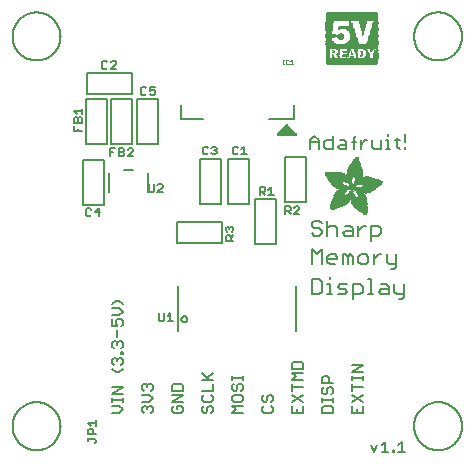
<source format=gbr>
G04 EAGLE Gerber RS-274X export*
G75*
%MOMM*%
%FSLAX34Y34*%
%LPD*%
%INSilkscreen Top*%
%IPPOS*%
%AMOC8*
5,1,8,0,0,1.08239X$1,22.5*%
G01*
%ADD10C,0.127000*%
%ADD11C,0.177800*%
%ADD12C,0.152400*%
%ADD13C,0.025400*%
%ADD14C,0.203200*%
%ADD15R,0.068600X0.007600*%
%ADD16R,0.114300X0.007600*%
%ADD17R,0.152400X0.007700*%
%ADD18R,0.182900X0.007600*%
%ADD19R,0.205700X0.007600*%
%ADD20R,0.228600X0.007600*%
%ADD21R,0.259100X0.007600*%
%ADD22R,0.274300X0.007700*%
%ADD23R,0.289500X0.007600*%
%ADD24R,0.304800X0.007600*%
%ADD25R,0.320100X0.007600*%
%ADD26R,0.342900X0.007600*%
%ADD27R,0.350500X0.007700*%
%ADD28R,0.365800X0.007600*%
%ADD29R,0.381000X0.007600*%
%ADD30R,0.388600X0.007600*%
%ADD31R,0.403800X0.007600*%
%ADD32R,0.419100X0.007700*%
%ADD33R,0.426700X0.007600*%
%ADD34R,0.441900X0.007600*%
%ADD35R,0.449600X0.007600*%
%ADD36R,0.464800X0.007600*%
%ADD37R,0.480000X0.007700*%
%ADD38R,0.487600X0.007600*%
%ADD39R,0.495300X0.007600*%
%ADD40R,0.510500X0.007600*%
%ADD41R,0.518100X0.007600*%
%ADD42R,0.525700X0.007700*%
%ADD43R,0.541000X0.007600*%
%ADD44R,0.548600X0.007600*%
%ADD45R,0.563800X0.007600*%
%ADD46R,0.571500X0.007600*%
%ADD47R,0.579100X0.007700*%
%ADD48R,0.594300X0.007600*%
%ADD49R,0.601900X0.007600*%
%ADD50R,0.609600X0.007600*%
%ADD51R,0.624800X0.007600*%
%ADD52R,0.632400X0.007700*%
%ADD53R,0.640000X0.007600*%
%ADD54R,0.655300X0.007600*%
%ADD55R,0.662900X0.007600*%
%ADD56R,0.678100X0.007600*%
%ADD57R,0.685800X0.007700*%
%ADD58R,0.693400X0.007600*%
%ADD59R,0.708600X0.007600*%
%ADD60R,0.716200X0.007600*%
%ADD61R,0.723900X0.007600*%
%ADD62R,0.739100X0.007700*%
%ADD63R,0.746700X0.007600*%
%ADD64R,0.754300X0.007600*%
%ADD65R,0.769600X0.007600*%
%ADD66R,0.777200X0.007600*%
%ADD67R,0.792400X0.007700*%
%ADD68R,0.800100X0.007600*%
%ADD69R,0.807700X0.007600*%
%ADD70R,0.822900X0.007600*%
%ADD71R,0.830500X0.007600*%
%ADD72R,0.838200X0.007700*%
%ADD73R,0.091500X0.007600*%
%ADD74R,0.853400X0.007600*%
%ADD75R,0.144700X0.007600*%
%ADD76R,0.861000X0.007600*%
%ADD77R,0.190500X0.007600*%
%ADD78R,0.876300X0.007600*%
%ADD79R,0.221000X0.007600*%
%ADD80R,0.883900X0.007600*%
%ADD81R,0.259000X0.007700*%
%ADD82R,0.891500X0.007700*%
%ADD83R,0.289600X0.007600*%
%ADD84R,0.906700X0.007600*%
%ADD85R,0.914400X0.007600*%
%ADD86R,0.350500X0.007600*%
%ADD87R,0.922000X0.007600*%
%ADD88R,0.937200X0.007600*%
%ADD89R,0.411400X0.007700*%
%ADD90R,0.944800X0.007700*%
%ADD91R,0.434300X0.007600*%
%ADD92R,0.952500X0.007600*%
%ADD93R,0.464900X0.007600*%
%ADD94R,0.967700X0.007600*%
%ADD95R,0.975300X0.007600*%
%ADD96R,0.518200X0.007600*%
%ADD97R,0.990600X0.007600*%
%ADD98R,0.548600X0.007700*%
%ADD99R,0.998200X0.007700*%
%ADD100R,1.005800X0.007600*%
%ADD101R,0.594400X0.007600*%
%ADD102R,1.021000X0.007600*%
%ADD103R,0.617200X0.007600*%
%ADD104R,1.028700X0.007600*%
%ADD105R,0.647700X0.007600*%
%ADD106R,1.036300X0.007600*%
%ADD107R,0.670500X0.007700*%
%ADD108R,1.051500X0.007700*%
%ADD109R,1.059100X0.007600*%
%ADD110R,0.716300X0.007600*%
%ADD111R,1.066800X0.007600*%
%ADD112R,0.739100X0.007600*%
%ADD113R,1.074400X0.007600*%
%ADD114R,0.762000X0.007600*%
%ADD115R,1.089600X0.007600*%
%ADD116R,0.784800X0.007700*%
%ADD117R,1.097200X0.007700*%
%ADD118R,1.104900X0.007600*%
%ADD119R,0.830600X0.007600*%
%ADD120R,1.112500X0.007600*%
%ADD121R,0.845800X0.007600*%
%ADD122R,1.120100X0.007600*%
%ADD123R,0.868700X0.007600*%
%ADD124R,1.127700X0.007600*%
%ADD125R,1.135300X0.007700*%
%ADD126R,1.143000X0.007600*%
%ADD127R,0.944900X0.007600*%
%ADD128R,1.150600X0.007600*%
%ADD129R,0.960100X0.007600*%
%ADD130R,1.158200X0.007600*%
%ADD131R,0.983000X0.007600*%
%ADD132R,1.165800X0.007600*%
%ADD133R,1.005900X0.007700*%
%ADD134R,1.173400X0.007700*%
%ADD135R,1.021100X0.007600*%
%ADD136R,1.181100X0.007600*%
%ADD137R,1.044000X0.007600*%
%ADD138R,1.188700X0.007600*%
%ADD139R,1.196300X0.007600*%
%ADD140R,1.082000X0.007600*%
%ADD141R,1.203900X0.007600*%
%ADD142R,1.104900X0.007700*%
%ADD143R,1.211500X0.007700*%
%ADD144R,1.211500X0.007600*%
%ADD145R,1.219200X0.007600*%
%ADD146R,1.226800X0.007600*%
%ADD147R,1.234400X0.007600*%
%ADD148R,1.188700X0.007700*%
%ADD149R,1.242000X0.007700*%
%ADD150R,1.242000X0.007600*%
%ADD151R,1.211600X0.007600*%
%ADD152R,1.249600X0.007600*%
%ADD153R,1.257300X0.007600*%
%ADD154R,1.264900X0.007600*%
%ADD155R,1.242100X0.007700*%
%ADD156R,1.264900X0.007700*%
%ADD157R,1.272500X0.007600*%
%ADD158R,1.265000X0.007600*%
%ADD159R,1.280100X0.007600*%
%ADD160R,1.272600X0.007600*%
%ADD161R,1.287700X0.007600*%
%ADD162R,1.287800X0.007600*%
%ADD163R,1.295400X0.007700*%
%ADD164R,1.303000X0.007600*%
%ADD165R,1.318200X0.007600*%
%ADD166R,1.310600X0.007600*%
%ADD167R,1.325900X0.007600*%
%ADD168R,1.341100X0.007700*%
%ADD169R,1.318200X0.007700*%
%ADD170R,1.341100X0.007600*%
%ADD171R,1.325800X0.007600*%
%ADD172R,1.348700X0.007600*%
%ADD173R,1.364000X0.007600*%
%ADD174R,1.333500X0.007600*%
%ADD175R,1.371600X0.007700*%
%ADD176R,1.379200X0.007600*%
%ADD177R,1.379300X0.007600*%
%ADD178R,1.386900X0.007600*%
%ADD179R,1.394500X0.007600*%
%ADD180R,1.356300X0.007600*%
%ADD181R,1.394400X0.007700*%
%ADD182R,1.356300X0.007700*%
%ADD183R,1.402000X0.007600*%
%ADD184R,1.409700X0.007600*%
%ADD185R,1.363900X0.007600*%
%ADD186R,1.417300X0.007600*%
%ADD187R,1.371600X0.007600*%
%ADD188R,1.424900X0.007700*%
%ADD189R,1.424900X0.007600*%
%ADD190R,1.432600X0.007600*%
%ADD191R,1.440200X0.007600*%
%ADD192R,1.386800X0.007600*%
%ADD193R,1.447800X0.007700*%
%ADD194R,1.386800X0.007700*%
%ADD195R,1.447800X0.007600*%
%ADD196R,1.455500X0.007600*%
%ADD197R,1.394400X0.007600*%
%ADD198R,1.463100X0.007600*%
%ADD199R,1.455400X0.007700*%
%ADD200R,1.463000X0.007600*%
%ADD201R,1.470600X0.007600*%
%ADD202R,1.470600X0.007700*%
%ADD203R,1.409700X0.007700*%
%ADD204R,1.470700X0.007600*%
%ADD205R,1.402100X0.007600*%
%ADD206R,1.478300X0.007600*%
%ADD207R,1.478300X0.007700*%
%ADD208R,1.402100X0.007700*%
%ADD209R,1.485900X0.007600*%
%ADD210R,1.485900X0.007700*%
%ADD211R,1.493500X0.007700*%
%ADD212R,1.493500X0.007600*%
%ADD213R,1.394500X0.007700*%
%ADD214R,1.493600X0.007700*%
%ADD215R,1.386900X0.007700*%
%ADD216R,1.379200X0.007700*%
%ADD217R,2.857500X0.007700*%
%ADD218R,2.857500X0.007600*%
%ADD219R,2.849900X0.007600*%
%ADD220R,2.842300X0.007600*%
%ADD221R,2.834700X0.007700*%
%ADD222R,2.827000X0.007600*%
%ADD223R,2.819400X0.007600*%
%ADD224R,2.811800X0.007600*%
%ADD225R,2.811800X0.007700*%
%ADD226R,2.804100X0.007600*%
%ADD227R,2.796500X0.007600*%
%ADD228R,1.966000X0.007600*%
%ADD229R,1.943100X0.007600*%
%ADD230R,0.754400X0.007600*%
%ADD231R,1.927900X0.007700*%
%ADD232R,0.746700X0.007700*%
%ADD233R,1.912600X0.007600*%
%ADD234R,0.731500X0.007600*%
%ADD235R,1.905000X0.007600*%
%ADD236R,1.882200X0.007600*%
%ADD237R,1.874600X0.007600*%
%ADD238R,1.866900X0.007700*%
%ADD239R,0.708700X0.007700*%
%ADD240R,1.851600X0.007600*%
%ADD241R,0.701100X0.007600*%
%ADD242R,1.844000X0.007600*%
%ADD243R,1.836400X0.007600*%
%ADD244R,1.821200X0.007600*%
%ADD245R,0.685800X0.007600*%
%ADD246R,1.813500X0.007700*%
%ADD247R,1.805900X0.007600*%
%ADD248R,0.678200X0.007600*%
%ADD249R,1.790700X0.007600*%
%ADD250R,0.670600X0.007600*%
%ADD251R,1.775500X0.007600*%
%ADD252R,1.767900X0.007700*%
%ADD253R,0.663000X0.007700*%
%ADD254R,1.760200X0.007600*%
%ADD255R,1.752600X0.007600*%
%ADD256R,0.937300X0.007600*%
%ADD257R,0.792500X0.007600*%
%ADD258R,0.899100X0.007600*%
%ADD259R,0.883900X0.007700*%
%ADD260R,0.716300X0.007700*%
%ADD261R,0.647700X0.007700*%
%ADD262R,0.640100X0.007600*%
%ADD263R,0.632500X0.007600*%
%ADD264R,0.655400X0.007600*%
%ADD265R,0.632400X0.007600*%
%ADD266R,0.845800X0.007700*%
%ADD267R,0.617200X0.007700*%
%ADD268R,0.624800X0.007700*%
%ADD269R,0.602000X0.007600*%
%ADD270R,0.838200X0.007600*%
%ADD271R,0.586700X0.007600*%
%ADD272R,0.548700X0.007600*%
%ADD273R,0.830500X0.007700*%
%ADD274R,0.541000X0.007700*%
%ADD275R,0.594300X0.007700*%
%ADD276R,0.525800X0.007600*%
%ADD277R,0.586800X0.007600*%
%ADD278R,0.815300X0.007600*%
%ADD279R,0.579200X0.007600*%
%ADD280R,0.815400X0.007600*%
%ADD281R,0.815400X0.007700*%
%ADD282R,0.571500X0.007700*%
%ADD283R,0.807800X0.007600*%
%ADD284R,0.563900X0.007600*%
%ADD285R,0.457200X0.007600*%
%ADD286R,0.442000X0.007600*%
%ADD287R,0.556300X0.007600*%
%ADD288R,0.807700X0.007700*%
%ADD289R,0.411500X0.007600*%
%ADD290R,0.533400X0.007600*%
%ADD291R,0.076200X0.007600*%
%ADD292R,0.403900X0.007600*%
%ADD293R,0.525700X0.007600*%
%ADD294R,0.388700X0.007600*%
%ADD295R,0.297200X0.007600*%
%ADD296R,0.373400X0.007700*%
%ADD297R,0.503000X0.007700*%
%ADD298R,0.426800X0.007700*%
%ADD299R,0.358100X0.007600*%
%ADD300R,0.502900X0.007600*%
%ADD301R,0.472400X0.007600*%
%ADD302R,0.487700X0.007600*%
%ADD303R,0.335300X0.007600*%
%ADD304R,0.792500X0.007700*%
%ADD305R,0.327600X0.007700*%
%ADD306R,0.472400X0.007700*%
%ADD307R,0.640000X0.007700*%
%ADD308R,0.784800X0.007600*%
%ADD309R,0.320000X0.007600*%
%ADD310R,0.792400X0.007600*%
%ADD311R,1.173400X0.007600*%
%ADD312R,1.196400X0.007600*%
%ADD313R,0.784900X0.007600*%
%ADD314R,0.784900X0.007700*%
%ADD315R,0.297200X0.007700*%
%ADD316R,1.249700X0.007600*%
%ADD317R,0.281900X0.007600*%
%ADD318R,1.295400X0.007600*%
%ADD319R,0.266700X0.007600*%
%ADD320R,0.777300X0.007700*%
%ADD321R,0.266700X0.007700*%
%ADD322R,1.333500X0.007700*%
%ADD323R,0.777300X0.007600*%
%ADD324R,1.348800X0.007600*%
%ADD325R,0.251500X0.007600*%
%ADD326R,0.243900X0.007700*%
%ADD327R,0.243900X0.007600*%
%ADD328R,1.440100X0.007600*%
%ADD329R,0.236200X0.007600*%
%ADD330R,0.762000X0.007700*%
%ADD331R,0.236200X0.007700*%
%ADD332R,1.508700X0.007700*%
%ADD333R,1.531600X0.007600*%
%ADD334R,1.546900X0.007600*%
%ADD335R,1.569700X0.007600*%
%ADD336R,1.585000X0.007600*%
%ADD337R,0.746800X0.007700*%
%ADD338R,1.607800X0.007700*%
%ADD339R,0.243800X0.007600*%
%ADD340R,1.630700X0.007600*%
%ADD341R,1.653500X0.007600*%
%ADD342R,0.739200X0.007600*%
%ADD343R,1.684000X0.007600*%
%ADD344R,2.019300X0.007600*%
%ADD345R,0.731500X0.007700*%
%ADD346R,2.026900X0.007700*%
%ADD347R,2.049800X0.007600*%
%ADD348R,2.057400X0.007600*%
%ADD349R,0.708700X0.007600*%
%ADD350R,2.072600X0.007600*%
%ADD351R,0.701000X0.007600*%
%ADD352R,2.095500X0.007600*%
%ADD353R,0.693500X0.007700*%
%ADD354R,2.110800X0.007700*%
%ADD355R,2.141200X0.007600*%
%ADD356R,0.060900X0.007600*%
%ADD357R,2.872700X0.007600*%
%ADD358R,3.124200X0.007600*%
%ADD359R,3.177600X0.007600*%
%ADD360R,3.215600X0.007700*%
%ADD361R,3.253700X0.007600*%
%ADD362R,3.284300X0.007600*%
%ADD363R,3.314700X0.007600*%
%ADD364R,3.352800X0.007600*%
%ADD365R,3.375600X0.007700*%
%ADD366R,3.406200X0.007600*%
%ADD367R,3.429000X0.007600*%
%ADD368R,3.451800X0.007600*%
%ADD369R,3.482400X0.007600*%
%ADD370R,1.828800X0.007700*%
%ADD371R,1.539300X0.007700*%
%ADD372R,1.767900X0.007600*%
%ADD373R,1.767800X0.007600*%
%ADD374R,1.760200X0.007700*%
%ADD375R,1.760300X0.007600*%
%ADD376R,1.775400X0.007700*%
%ADD377R,1.379300X0.007700*%
%ADD378R,1.783000X0.007600*%
%ADD379R,1.813500X0.007600*%
%ADD380R,1.821100X0.007700*%
%ADD381R,0.503000X0.007600*%
%ADD382R,1.135400X0.007600*%
%ADD383R,1.127700X0.007700*%
%ADD384R,0.487700X0.007700*%
%ADD385R,1.120200X0.007600*%
%ADD386R,1.097300X0.007600*%
%ADD387R,0.510600X0.007600*%
%ADD388R,1.074400X0.007700*%
%ADD389R,0.525800X0.007700*%
%ADD390R,1.440200X0.007700*%
%ADD391R,1.059200X0.007600*%
%ADD392R,1.051600X0.007600*%
%ADD393R,1.051500X0.007600*%
%ADD394R,1.043900X0.007700*%
%ADD395R,0.602000X0.007700*%
%ADD396R,1.524000X0.007600*%
%ADD397R,1.539300X0.007600*%
%ADD398R,1.592600X0.007600*%
%ADD399R,1.021100X0.007700*%
%ADD400R,1.615400X0.007700*%
%ADD401R,1.013400X0.007600*%
%ADD402R,1.653600X0.007600*%
%ADD403R,1.013500X0.007600*%
%ADD404R,1.699300X0.007600*%
%ADD405R,2.743200X0.007600*%
%ADD406R,1.005900X0.007600*%
%ADD407R,2.415500X0.007600*%
%ADD408R,1.005800X0.007700*%
%ADD409R,0.281900X0.007700*%
%ADD410R,2.408000X0.007700*%
%ADD411R,2.407900X0.007600*%
%ADD412R,0.998200X0.007600*%
%ADD413R,0.282000X0.007600*%
%ADD414R,0.998300X0.007600*%
%ADD415R,2.400300X0.007600*%
%ADD416R,0.289500X0.007700*%
%ADD417R,2.400300X0.007700*%
%ADD418R,0.297100X0.007600*%
%ADD419R,0.312400X0.007600*%
%ADD420R,2.392700X0.007600*%
%ADD421R,0.990600X0.007700*%
%ADD422R,0.327700X0.007700*%
%ADD423R,2.392700X0.007700*%
%ADD424R,2.385100X0.007600*%
%ADD425R,0.381000X0.007700*%
%ADD426R,2.377400X0.007700*%
%ADD427R,2.377400X0.007600*%
%ADD428R,2.369800X0.007600*%
%ADD429R,0.419100X0.007600*%
%ADD430R,2.362200X0.007600*%
%ADD431R,0.426800X0.007600*%
%ADD432R,1.036300X0.007700*%
%ADD433R,0.442000X0.007700*%
%ADD434R,2.354600X0.007700*%
%ADD435R,2.354600X0.007600*%
%ADD436R,0.480100X0.007600*%
%ADD437R,2.347000X0.007600*%
%ADD438R,1.074500X0.007600*%
%ADD439R,2.339400X0.007600*%
%ADD440R,1.082100X0.007700*%
%ADD441R,0.548700X0.007700*%
%ADD442R,2.331800X0.007700*%
%ADD443R,2.331800X0.007600*%
%ADD444R,0.624900X0.007600*%
%ADD445R,2.324100X0.007600*%
%ADD446R,1.859300X0.007600*%
%ADD447R,2.308800X0.007600*%
%ADD448R,2.301200X0.007700*%
%ADD449R,2.301200X0.007600*%
%ADD450R,2.293600X0.007600*%
%ADD451R,2.278400X0.007600*%
%ADD452R,1.889800X0.007600*%
%ADD453R,2.270700X0.007600*%
%ADD454R,1.897400X0.007700*%
%ADD455R,2.255500X0.007700*%
%ADD456R,1.897400X0.007600*%
%ADD457R,2.247900X0.007600*%
%ADD458R,2.232600X0.007600*%
%ADD459R,1.912700X0.007600*%
%ADD460R,2.209800X0.007600*%
%ADD461R,1.920300X0.007600*%
%ADD462R,2.186900X0.007600*%
%ADD463R,1.920300X0.007700*%
%ADD464R,2.171700X0.007700*%
%ADD465R,1.935500X0.007600*%
%ADD466R,2.148800X0.007600*%
%ADD467R,2.126000X0.007600*%
%ADD468R,1.950700X0.007600*%
%ADD469R,1.958400X0.007700*%
%ADD470R,2.042200X0.007700*%
%ADD471R,1.973600X0.007600*%
%ADD472R,1.996500X0.007600*%
%ADD473R,1.981200X0.007600*%
%ADD474R,1.988800X0.007600*%
%ADD475R,1.996400X0.007700*%
%ADD476R,1.996400X0.007600*%
%ADD477R,2.004100X0.007600*%
%ADD478R,1.874500X0.007600*%
%ADD479R,1.425000X0.007600*%
%ADD480R,2.026900X0.007600*%
%ADD481R,0.434400X0.007700*%
%ADD482R,1.364000X0.007700*%
%ADD483R,2.034500X0.007600*%
%ADD484R,0.434400X0.007600*%
%ADD485R,2.049700X0.007600*%
%ADD486R,2.065000X0.007700*%
%ADD487R,0.464800X0.007700*%
%ADD488R,1.196300X0.007700*%
%ADD489R,2.080300X0.007600*%
%ADD490R,1.158300X0.007600*%
%ADD491R,2.087900X0.007600*%
%ADD492R,0.472500X0.007600*%
%ADD493R,2.103100X0.007600*%
%ADD494R,2.118400X0.007600*%
%ADD495R,2.133600X0.007600*%
%ADD496R,2.148800X0.007700*%
%ADD497R,2.164000X0.007600*%
%ADD498R,2.171700X0.007600*%
%ADD499R,2.187000X0.007600*%
%ADD500R,0.556200X0.007600*%
%ADD501R,2.202200X0.007700*%
%ADD502R,0.556200X0.007700*%
%ADD503R,0.640100X0.007700*%
%ADD504R,0.579100X0.007600*%
%ADD505R,0.480000X0.007600*%
%ADD506R,1.752600X0.007700*%
%ADD507R,0.487600X0.007700*%
%ADD508R,0.594400X0.007700*%
%ADD509R,0.358100X0.007700*%
%ADD510R,0.099000X0.007600*%
%ADD511R,1.280200X0.007600*%
%ADD512R,1.745000X0.007600*%
%ADD513R,1.744900X0.007600*%
%ADD514R,1.737300X0.007700*%
%ADD515R,1.737400X0.007600*%
%ADD516R,1.729800X0.007600*%
%ADD517R,1.722200X0.007600*%
%ADD518R,1.722100X0.007600*%
%ADD519R,1.714500X0.007700*%
%ADD520R,1.356400X0.007700*%
%ADD521R,1.706900X0.007600*%
%ADD522R,1.356400X0.007600*%
%ADD523R,1.691700X0.007600*%
%ADD524R,1.668800X0.007700*%
%ADD525R,1.645900X0.007600*%
%ADD526R,1.623100X0.007600*%
%ADD527R,1.577400X0.007600*%
%ADD528R,1.554400X0.007600*%
%ADD529R,1.539200X0.007600*%
%ADD530R,1.524000X0.007700*%
%ADD531R,1.501100X0.007600*%
%ADD532R,1.455400X0.007600*%
%ADD533R,1.348800X0.007700*%
%ADD534R,1.318300X0.007600*%
%ADD535R,1.310600X0.007700*%
%ADD536R,1.287800X0.007700*%
%ADD537R,1.234500X0.007600*%
%ADD538R,1.226900X0.007600*%
%ADD539R,1.173500X0.007700*%
%ADD540R,1.173500X0.007600*%
%ADD541R,1.165900X0.007600*%
%ADD542R,1.143000X0.007700*%
%ADD543R,1.127800X0.007600*%
%ADD544R,1.097200X0.007600*%
%ADD545R,1.028700X0.007700*%
%ADD546R,0.982900X0.007600*%
%ADD547R,0.952500X0.007700*%
%ADD548R,0.929600X0.007600*%
%ADD549R,0.906800X0.007700*%
%ADD550R,0.906800X0.007600*%
%ADD551R,0.899200X0.007600*%
%ADD552R,0.884000X0.007600*%
%ADD553R,0.876300X0.007700*%
%ADD554R,0.830600X0.007700*%
%ADD555R,0.754400X0.007700*%
%ADD556R,0.746800X0.007600*%
%ADD557R,0.708600X0.007700*%
%ADD558R,0.678200X0.007700*%
%ADD559R,0.663000X0.007600*%
%ADD560R,0.632500X0.007700*%
%ADD561R,0.556300X0.007700*%
%ADD562R,0.518200X0.007700*%
%ADD563R,0.434300X0.007700*%
%ADD564R,0.396300X0.007700*%
%ADD565R,0.373300X0.007600*%
%ADD566R,0.365700X0.007600*%
%ADD567R,0.327700X0.007600*%
%ADD568R,0.304800X0.007700*%
%ADD569R,0.274300X0.007600*%
%ADD570R,0.243800X0.007700*%
%ADD571R,0.205800X0.007600*%
%ADD572R,0.152400X0.007600*%
%ADD573R,0.121900X0.007700*%
%ADD574R,4.010000X0.010000*%
%ADD575R,4.090000X0.010000*%
%ADD576R,4.170000X0.010000*%
%ADD577R,4.190000X0.010000*%
%ADD578R,4.230000X0.010000*%
%ADD579R,4.250000X0.010000*%
%ADD580R,4.290000X0.010000*%
%ADD581R,4.310000X0.010000*%
%ADD582R,4.320000X0.010000*%
%ADD583R,4.330000X0.010000*%
%ADD584R,4.350000X0.010000*%
%ADD585R,4.370000X0.010000*%
%ADD586R,4.390000X0.010000*%
%ADD587R,4.410000X0.010000*%
%ADD588R,4.430000X0.010000*%
%ADD589R,4.450000X0.010000*%
%ADD590R,0.320000X0.010000*%
%ADD591R,0.190000X0.010000*%
%ADD592R,0.120000X0.010000*%
%ADD593R,0.030000X0.010000*%
%ADD594R,0.330000X0.010000*%
%ADD595R,0.060000X0.010000*%
%ADD596R,0.620000X0.010000*%
%ADD597R,0.460000X0.010000*%
%ADD598R,0.130000X0.010000*%
%ADD599R,0.570000X0.010000*%
%ADD600R,0.040000X0.010000*%
%ADD601R,0.070000X0.010000*%
%ADD602R,0.540000X0.010000*%
%ADD603R,0.180000X0.010000*%
%ADD604R,0.310000X0.010000*%
%ADD605R,0.520000X0.010000*%
%ADD606R,0.140000X0.010000*%
%ADD607R,0.500000X0.010000*%
%ADD608R,0.170000X0.010000*%
%ADD609R,0.050000X0.010000*%
%ADD610R,0.080000X0.010000*%
%ADD611R,0.480000X0.010000*%
%ADD612R,0.150000X0.010000*%
%ADD613R,0.300000X0.010000*%
%ADD614R,0.290000X0.010000*%
%ADD615R,0.450000X0.010000*%
%ADD616R,0.160000X0.010000*%
%ADD617R,0.440000X0.010000*%
%ADD618R,0.280000X0.010000*%
%ADD619R,0.090000X0.010000*%
%ADD620R,0.420000X0.010000*%
%ADD621R,0.270000X0.010000*%
%ADD622R,0.410000X0.010000*%
%ADD623R,0.400000X0.010000*%
%ADD624R,0.100000X0.010000*%
%ADD625R,0.390000X0.010000*%
%ADD626R,0.260000X0.010000*%
%ADD627R,0.250000X0.010000*%
%ADD628R,0.380000X0.010000*%
%ADD629R,0.110000X0.010000*%
%ADD630R,0.370000X0.010000*%
%ADD631R,0.360000X0.010000*%
%ADD632R,0.200000X0.010000*%
%ADD633R,0.350000X0.010000*%
%ADD634R,0.340000X0.010000*%
%ADD635R,0.210000X0.010000*%
%ADD636R,0.470000X0.010000*%
%ADD637R,0.220000X0.010000*%
%ADD638R,0.230000X0.010000*%
%ADD639R,0.490000X0.010000*%
%ADD640R,0.240000X0.010000*%
%ADD641R,0.430000X0.010000*%
%ADD642R,0.580000X0.010000*%
%ADD643R,0.010000X0.010000*%
%ADD644R,0.020000X0.010000*%
%ADD645R,0.590000X0.010000*%
%ADD646R,0.600000X0.010000*%
%ADD647R,1.180000X0.010000*%
%ADD648R,3.060000X0.010000*%
%ADD649R,1.100000X0.010000*%
%ADD650R,2.980000X0.010000*%
%ADD651R,1.050000X0.010000*%
%ADD652R,2.930000X0.010000*%
%ADD653R,1.010000X0.010000*%
%ADD654R,1.250000X0.010000*%
%ADD655R,0.980000X0.010000*%
%ADD656R,1.220000X0.010000*%
%ADD657R,0.950000X0.010000*%
%ADD658R,0.920000X0.010000*%
%ADD659R,1.160000X0.010000*%
%ADD660R,1.000000X0.010000*%
%ADD661R,0.900000X0.010000*%
%ADD662R,1.130000X0.010000*%
%ADD663R,0.880000X0.010000*%
%ADD664R,0.860000X0.010000*%
%ADD665R,1.080000X0.010000*%
%ADD666R,0.990000X0.010000*%
%ADD667R,0.840000X0.010000*%
%ADD668R,1.060000X0.010000*%
%ADD669R,0.820000X0.010000*%
%ADD670R,1.030000X0.010000*%
%ADD671R,0.800000X0.010000*%
%ADD672R,1.020000X0.010000*%
%ADD673R,0.790000X0.010000*%
%ADD674R,0.770000X0.010000*%
%ADD675R,0.760000X0.010000*%
%ADD676R,0.960000X0.010000*%
%ADD677R,0.970000X0.010000*%
%ADD678R,0.750000X0.010000*%
%ADD679R,0.730000X0.010000*%
%ADD680R,0.930000X0.010000*%
%ADD681R,0.720000X0.010000*%
%ADD682R,0.910000X0.010000*%
%ADD683R,0.710000X0.010000*%
%ADD684R,0.700000X0.010000*%
%ADD685R,0.680000X0.010000*%
%ADD686R,0.870000X0.010000*%
%ADD687R,0.670000X0.010000*%
%ADD688R,0.660000X0.010000*%
%ADD689R,0.650000X0.010000*%
%ADD690R,0.830000X0.010000*%
%ADD691R,0.640000X0.010000*%
%ADD692R,0.940000X0.010000*%
%ADD693R,0.630000X0.010000*%
%ADD694R,0.810000X0.010000*%
%ADD695R,0.780000X0.010000*%
%ADD696R,0.610000X0.010000*%
%ADD697R,0.740000X0.010000*%
%ADD698R,0.560000X0.010000*%
%ADD699R,0.690000X0.010000*%
%ADD700R,0.550000X0.010000*%
%ADD701R,0.530000X0.010000*%
%ADD702R,0.890000X0.010000*%
%ADD703R,0.510000X0.010000*%
%ADD704R,0.850000X0.010000*%
%ADD705R,1.510000X0.010000*%
%ADD706R,1.500000X0.010000*%
%ADD707R,1.490000X0.010000*%
%ADD708R,1.290000X0.010000*%
%ADD709R,1.280000X0.010000*%
%ADD710R,1.270000X0.010000*%
%ADD711R,1.260000X0.010000*%
%ADD712R,1.240000X0.010000*%
%ADD713R,1.230000X0.010000*%
%ADD714R,4.440000X0.010000*%
%ADD715R,4.270000X0.010000*%
%ADD716R,4.220000X0.010000*%
%ADD717R,3.990000X0.010000*%

G36*
X248780Y275488D02*
X248780Y275488D01*
X248880Y275490D01*
X248952Y275508D01*
X249026Y275517D01*
X249121Y275550D01*
X249218Y275575D01*
X249284Y275609D01*
X249354Y275634D01*
X249439Y275689D01*
X249528Y275735D01*
X249585Y275783D01*
X249647Y275823D01*
X249717Y275895D01*
X249793Y275960D01*
X249838Y276020D01*
X249889Y276074D01*
X249941Y276160D01*
X250001Y276241D01*
X250030Y276309D01*
X250068Y276373D01*
X250099Y276469D01*
X250139Y276561D01*
X250152Y276634D01*
X250174Y276705D01*
X250182Y276805D01*
X250200Y276904D01*
X250196Y276978D01*
X250202Y277052D01*
X250187Y277152D01*
X250182Y277252D01*
X250162Y277323D01*
X250151Y277397D01*
X250114Y277490D01*
X250086Y277587D01*
X250049Y277652D01*
X250022Y277721D01*
X249965Y277803D01*
X249916Y277891D01*
X249850Y277967D01*
X249823Y278007D01*
X249797Y278031D01*
X249757Y278077D01*
X242757Y285077D01*
X242737Y285093D01*
X242720Y285113D01*
X242600Y285202D01*
X242484Y285294D01*
X242460Y285305D01*
X242439Y285321D01*
X242303Y285379D01*
X242169Y285443D01*
X242143Y285448D01*
X242119Y285459D01*
X241973Y285485D01*
X241828Y285516D01*
X241802Y285516D01*
X241776Y285520D01*
X241628Y285513D01*
X241480Y285510D01*
X241454Y285504D01*
X241428Y285502D01*
X241286Y285461D01*
X241142Y285425D01*
X241119Y285413D01*
X241093Y285406D01*
X240964Y285333D01*
X240832Y285265D01*
X240812Y285248D01*
X240789Y285236D01*
X240603Y285077D01*
X233603Y278077D01*
X233541Y277999D01*
X233471Y277926D01*
X233432Y277862D01*
X233386Y277804D01*
X233343Y277713D01*
X233292Y277627D01*
X233269Y277556D01*
X233237Y277489D01*
X233216Y277391D01*
X233186Y277295D01*
X233180Y277221D01*
X233164Y277148D01*
X233166Y277048D01*
X233158Y276948D01*
X233169Y276874D01*
X233170Y276800D01*
X233194Y276703D01*
X233209Y276603D01*
X233237Y276534D01*
X233255Y276462D01*
X233301Y276372D01*
X233338Y276279D01*
X233380Y276218D01*
X233415Y276152D01*
X233480Y276075D01*
X233537Y275993D01*
X233592Y275943D01*
X233640Y275887D01*
X233721Y275827D01*
X233796Y275760D01*
X233861Y275724D01*
X233921Y275679D01*
X234013Y275640D01*
X234101Y275591D01*
X234173Y275571D01*
X234241Y275541D01*
X234339Y275524D01*
X234436Y275496D01*
X234536Y275488D01*
X234584Y275480D01*
X234619Y275482D01*
X234680Y275477D01*
X248680Y275477D01*
X248780Y275488D01*
G37*
D10*
X93627Y41275D02*
X99559Y41275D01*
X102525Y44241D01*
X99559Y47207D01*
X93627Y47207D01*
X102525Y50630D02*
X102525Y53596D01*
X102525Y52113D02*
X93627Y52113D01*
X93627Y50630D02*
X93627Y53596D01*
X93627Y56867D02*
X102525Y56867D01*
X102525Y62799D02*
X93627Y56867D01*
X93627Y62799D02*
X102525Y62799D01*
X99559Y75577D02*
X102525Y78543D01*
X99559Y75577D02*
X96593Y75577D01*
X93627Y78543D01*
X95110Y81814D02*
X93627Y83297D01*
X93627Y86263D01*
X95110Y87746D01*
X96593Y87746D01*
X98076Y86263D01*
X98076Y84780D01*
X98076Y86263D02*
X99559Y87746D01*
X101042Y87746D01*
X102525Y86263D01*
X102525Y83297D01*
X101042Y81814D01*
X101042Y91169D02*
X102525Y91169D01*
X101042Y91169D02*
X101042Y92652D01*
X102525Y92652D01*
X102525Y91169D01*
X95110Y95847D02*
X93627Y97330D01*
X93627Y100296D01*
X95110Y101779D01*
X96593Y101779D01*
X98076Y100296D01*
X98076Y98813D01*
X98076Y100296D02*
X99559Y101779D01*
X101042Y101779D01*
X102525Y100296D01*
X102525Y97330D01*
X101042Y95847D01*
X98076Y105202D02*
X98076Y111134D01*
X93627Y114557D02*
X93627Y120489D01*
X93627Y114557D02*
X98076Y114557D01*
X96593Y117523D01*
X96593Y119006D01*
X98076Y120489D01*
X101042Y120489D01*
X102525Y119006D01*
X102525Y116040D01*
X101042Y114557D01*
X99559Y123912D02*
X93627Y123912D01*
X99559Y123912D02*
X102525Y126878D01*
X99559Y129844D01*
X93627Y129844D01*
X99559Y136234D02*
X102525Y133268D01*
X99559Y136234D02*
X96593Y136234D01*
X93627Y133268D01*
X119027Y42758D02*
X120510Y41275D01*
X119027Y42758D02*
X119027Y45724D01*
X120510Y47207D01*
X121993Y47207D01*
X123476Y45724D01*
X123476Y44241D01*
X123476Y45724D02*
X124959Y47207D01*
X126442Y47207D01*
X127925Y45724D01*
X127925Y42758D01*
X126442Y41275D01*
X124959Y50630D02*
X119027Y50630D01*
X124959Y50630D02*
X127925Y53596D01*
X124959Y56562D01*
X119027Y56562D01*
X120510Y59985D02*
X119027Y61468D01*
X119027Y64434D01*
X120510Y65917D01*
X121993Y65917D01*
X123476Y64434D01*
X123476Y62951D01*
X123476Y64434D02*
X124959Y65917D01*
X126442Y65917D01*
X127925Y64434D01*
X127925Y61468D01*
X126442Y59985D01*
X144427Y45724D02*
X145910Y47207D01*
X144427Y45724D02*
X144427Y42758D01*
X145910Y41275D01*
X151842Y41275D01*
X153325Y42758D01*
X153325Y45724D01*
X151842Y47207D01*
X148876Y47207D01*
X148876Y44241D01*
X153325Y50630D02*
X144427Y50630D01*
X153325Y56562D01*
X144427Y56562D01*
X144427Y59985D02*
X153325Y59985D01*
X153325Y64434D01*
X151842Y65917D01*
X145910Y65917D01*
X144427Y64434D01*
X144427Y59985D01*
X169827Y45724D02*
X171310Y47207D01*
X169827Y45724D02*
X169827Y42758D01*
X171310Y41275D01*
X172793Y41275D01*
X174276Y42758D01*
X174276Y45724D01*
X175759Y47207D01*
X177242Y47207D01*
X178725Y45724D01*
X178725Y42758D01*
X177242Y41275D01*
X169827Y55079D02*
X171310Y56562D01*
X169827Y55079D02*
X169827Y52113D01*
X171310Y50630D01*
X177242Y50630D01*
X178725Y52113D01*
X178725Y55079D01*
X177242Y56562D01*
X178725Y59985D02*
X169827Y59985D01*
X178725Y59985D02*
X178725Y65917D01*
X178725Y69341D02*
X169827Y69341D01*
X169827Y75272D02*
X175759Y69341D01*
X174276Y70823D02*
X178725Y75272D01*
X195227Y41275D02*
X204125Y41275D01*
X198193Y44241D02*
X195227Y41275D01*
X198193Y44241D02*
X195227Y47207D01*
X204125Y47207D01*
X195227Y52113D02*
X195227Y55079D01*
X195227Y52113D02*
X196710Y50630D01*
X202642Y50630D01*
X204125Y52113D01*
X204125Y55079D01*
X202642Y56562D01*
X196710Y56562D01*
X195227Y55079D01*
X195227Y64434D02*
X196710Y65917D01*
X195227Y64434D02*
X195227Y61468D01*
X196710Y59985D01*
X198193Y59985D01*
X199676Y61468D01*
X199676Y64434D01*
X201159Y65917D01*
X202642Y65917D01*
X204125Y64434D01*
X204125Y61468D01*
X202642Y59985D01*
X204125Y69341D02*
X204125Y72306D01*
X204125Y70823D02*
X195227Y70823D01*
X195227Y69341D02*
X195227Y72306D01*
X220627Y45724D02*
X222110Y47207D01*
X220627Y45724D02*
X220627Y42758D01*
X222110Y41275D01*
X228042Y41275D01*
X229525Y42758D01*
X229525Y45724D01*
X228042Y47207D01*
X220627Y55079D02*
X222110Y56562D01*
X220627Y55079D02*
X220627Y52113D01*
X222110Y50630D01*
X223593Y50630D01*
X225076Y52113D01*
X225076Y55079D01*
X226559Y56562D01*
X228042Y56562D01*
X229525Y55079D01*
X229525Y52113D01*
X228042Y50630D01*
X296827Y47207D02*
X296827Y41275D01*
X305725Y41275D01*
X305725Y47207D01*
X301276Y44241D02*
X301276Y41275D01*
X296827Y50630D02*
X305725Y56562D01*
X305725Y50630D02*
X296827Y56562D01*
X296827Y62951D02*
X305725Y62951D01*
X296827Y59985D02*
X296827Y65917D01*
X305725Y69341D02*
X305725Y72306D01*
X305725Y70823D02*
X296827Y70823D01*
X296827Y69341D02*
X296827Y72306D01*
X296827Y75577D02*
X305725Y75577D01*
X305725Y81509D02*
X296827Y75577D01*
X296827Y81509D02*
X305725Y81509D01*
X246027Y47207D02*
X246027Y41275D01*
X254925Y41275D01*
X254925Y47207D01*
X250476Y44241D02*
X250476Y41275D01*
X246027Y50630D02*
X254925Y56562D01*
X254925Y50630D02*
X246027Y56562D01*
X246027Y62951D02*
X254925Y62951D01*
X246027Y59985D02*
X246027Y65917D01*
X246027Y69341D02*
X254925Y69341D01*
X248993Y72306D02*
X246027Y69341D01*
X248993Y72306D02*
X246027Y75272D01*
X254925Y75272D01*
X254925Y78696D02*
X246027Y78696D01*
X254925Y78696D02*
X254925Y83145D01*
X253442Y84627D01*
X247510Y84627D01*
X246027Y83145D01*
X246027Y78696D01*
X271427Y41275D02*
X280325Y41275D01*
X280325Y45724D01*
X278842Y47207D01*
X272910Y47207D01*
X271427Y45724D01*
X271427Y41275D01*
X280325Y50630D02*
X280325Y53596D01*
X280325Y52113D02*
X271427Y52113D01*
X271427Y50630D02*
X271427Y53596D01*
X271427Y61316D02*
X272910Y62799D01*
X271427Y61316D02*
X271427Y58350D01*
X272910Y56867D01*
X274393Y56867D01*
X275876Y58350D01*
X275876Y61316D01*
X277359Y62799D01*
X278842Y62799D01*
X280325Y61316D01*
X280325Y58350D01*
X278842Y56867D01*
X280325Y66222D02*
X271427Y66222D01*
X271427Y70671D01*
X272910Y72154D01*
X275876Y72154D01*
X277359Y70671D01*
X277359Y66222D01*
D11*
X271043Y201690D02*
X268967Y203766D01*
X264815Y203766D01*
X262739Y201690D01*
X262739Y199613D01*
X264815Y197537D01*
X268967Y197537D01*
X271043Y195461D01*
X271043Y193385D01*
X268967Y191309D01*
X264815Y191309D01*
X262739Y193385D01*
X275836Y191309D02*
X275836Y203766D01*
X277912Y199613D02*
X275836Y197537D01*
X277912Y199613D02*
X282065Y199613D01*
X284141Y197537D01*
X284141Y191309D01*
X291010Y199613D02*
X295162Y199613D01*
X297238Y197537D01*
X297238Y191309D01*
X291010Y191309D01*
X288934Y193385D01*
X291010Y195461D01*
X297238Y195461D01*
X302031Y191309D02*
X302031Y199613D01*
X302031Y195461D02*
X306183Y199613D01*
X308259Y199613D01*
X312945Y199613D02*
X312945Y187157D01*
X312945Y199613D02*
X319173Y199613D01*
X321250Y197537D01*
X321250Y193385D01*
X319173Y191309D01*
X312945Y191309D01*
X261362Y264709D02*
X261362Y271997D01*
X265006Y275640D01*
X268650Y271997D01*
X268650Y264709D01*
X268650Y270175D02*
X261362Y270175D01*
X280344Y275640D02*
X280344Y264709D01*
X274878Y264709D01*
X273056Y266531D01*
X273056Y270175D01*
X274878Y271997D01*
X280344Y271997D01*
X286572Y271997D02*
X290216Y271997D01*
X292038Y270175D01*
X292038Y264709D01*
X286572Y264709D01*
X284750Y266531D01*
X286572Y268353D01*
X292038Y268353D01*
X298266Y264709D02*
X298266Y273818D01*
X300088Y275640D01*
X300088Y270175D02*
X296444Y270175D01*
X304240Y271997D02*
X304240Y264709D01*
X304240Y268353D02*
X307884Y271997D01*
X309706Y271997D01*
X313985Y271997D02*
X313985Y266531D01*
X315807Y264709D01*
X321272Y264709D01*
X321272Y271997D01*
X325679Y271997D02*
X327501Y271997D01*
X327501Y264709D01*
X325679Y264709D02*
X329323Y264709D01*
X327501Y275640D02*
X327501Y277462D01*
X335297Y273818D02*
X335297Y266531D01*
X337119Y264709D01*
X337119Y271997D02*
X333475Y271997D01*
X341271Y266531D02*
X341271Y264709D01*
X341271Y270175D02*
X341271Y277462D01*
D12*
X312462Y13814D02*
X315343Y8052D01*
X318224Y13814D01*
X321817Y13814D02*
X324698Y16695D01*
X324698Y8052D01*
X321817Y8052D02*
X327579Y8052D01*
X331172Y8052D02*
X331172Y9493D01*
X332613Y9493D01*
X332613Y8052D01*
X331172Y8052D01*
X335850Y13814D02*
X338731Y16695D01*
X338731Y8052D01*
X335850Y8052D02*
X341612Y8052D01*
D11*
X262739Y167179D02*
X262739Y179636D01*
X266891Y175483D01*
X271043Y179636D01*
X271043Y167179D01*
X277912Y167179D02*
X282065Y167179D01*
X277912Y167179D02*
X275836Y169255D01*
X275836Y173407D01*
X277912Y175483D01*
X282065Y175483D01*
X284141Y173407D01*
X284141Y171331D01*
X275836Y171331D01*
X288934Y167179D02*
X288934Y175483D01*
X291010Y175483D01*
X293086Y173407D01*
X293086Y167179D01*
X293086Y173407D02*
X295162Y175483D01*
X297238Y173407D01*
X297238Y167179D01*
X304107Y167179D02*
X308259Y167179D01*
X310335Y169255D01*
X310335Y173407D01*
X308259Y175483D01*
X304107Y175483D01*
X302031Y173407D01*
X302031Y169255D01*
X304107Y167179D01*
X315128Y167179D02*
X315128Y175483D01*
X315128Y171331D02*
X319280Y175483D01*
X321356Y175483D01*
X326042Y175483D02*
X326042Y169255D01*
X328118Y167179D01*
X334347Y167179D01*
X334347Y165103D02*
X334347Y175483D01*
X334347Y165103D02*
X332271Y163027D01*
X330195Y163027D01*
X262739Y154236D02*
X262739Y141779D01*
X268967Y141779D01*
X271043Y143855D01*
X271043Y152160D01*
X268967Y154236D01*
X262739Y154236D01*
X275836Y150083D02*
X277912Y150083D01*
X277912Y141779D01*
X275836Y141779D02*
X279988Y141779D01*
X277912Y154236D02*
X277912Y156312D01*
X284568Y141779D02*
X290796Y141779D01*
X292872Y143855D01*
X290796Y145931D01*
X286644Y145931D01*
X284568Y148007D01*
X286644Y150083D01*
X292872Y150083D01*
X297665Y150083D02*
X297665Y137627D01*
X297665Y150083D02*
X303893Y150083D01*
X305969Y148007D01*
X305969Y143855D01*
X303893Y141779D01*
X297665Y141779D01*
X310762Y154236D02*
X312838Y154236D01*
X312838Y141779D01*
X310762Y141779D02*
X314914Y141779D01*
X321570Y150083D02*
X325722Y150083D01*
X327798Y148007D01*
X327798Y141779D01*
X321570Y141779D01*
X319494Y143855D01*
X321570Y145931D01*
X327798Y145931D01*
X332591Y143855D02*
X332591Y150083D01*
X332591Y143855D02*
X334667Y141779D01*
X340895Y141779D01*
X340895Y139703D02*
X340895Y150083D01*
X340895Y139703D02*
X338819Y137627D01*
X336743Y137627D01*
D10*
X247680Y290300D02*
X226680Y290300D01*
X247680Y290300D02*
X247680Y302300D01*
X170680Y290300D02*
X151680Y290300D01*
X151680Y302300D01*
D13*
X238088Y336243D02*
X239359Y336243D01*
X238724Y336243D02*
X238724Y340056D01*
X239359Y340056D02*
X238088Y340056D01*
X242489Y340056D02*
X243125Y339421D01*
X242489Y340056D02*
X241218Y340056D01*
X240583Y339421D01*
X240583Y336879D01*
X241218Y336243D01*
X242489Y336243D01*
X243125Y336879D01*
X244325Y338785D02*
X245596Y340056D01*
X245596Y336243D01*
X244325Y336243D02*
X246867Y336243D01*
D12*
X80010Y16632D02*
X78908Y15530D01*
X80010Y16632D02*
X80010Y17733D01*
X78908Y18835D01*
X73400Y18835D01*
X73400Y19936D02*
X73400Y17733D01*
X73400Y23014D02*
X80010Y23014D01*
X73400Y23014D02*
X73400Y26319D01*
X74502Y27421D01*
X76705Y27421D01*
X77807Y26319D01*
X77807Y23014D01*
X75604Y30498D02*
X73400Y32702D01*
X80010Y32702D01*
X80010Y34905D02*
X80010Y30498D01*
D14*
X9360Y360000D02*
X9366Y360499D01*
X9384Y360997D01*
X9415Y361495D01*
X9458Y361992D01*
X9513Y362487D01*
X9580Y362982D01*
X9659Y363474D01*
X9750Y363964D01*
X9854Y364452D01*
X9969Y364937D01*
X10096Y365420D01*
X10235Y365899D01*
X10386Y366374D01*
X10548Y366846D01*
X10722Y367313D01*
X10907Y367776D01*
X11103Y368235D01*
X11311Y368688D01*
X11530Y369136D01*
X11759Y369579D01*
X12000Y370016D01*
X12251Y370447D01*
X12513Y370871D01*
X12785Y371289D01*
X13067Y371700D01*
X13359Y372105D01*
X13661Y372502D01*
X13972Y372891D01*
X14294Y373272D01*
X14624Y373646D01*
X14963Y374011D01*
X15312Y374368D01*
X15669Y374717D01*
X16034Y375056D01*
X16408Y375386D01*
X16789Y375708D01*
X17178Y376019D01*
X17575Y376321D01*
X17980Y376613D01*
X18391Y376895D01*
X18809Y377167D01*
X19233Y377429D01*
X19664Y377680D01*
X20101Y377921D01*
X20544Y378150D01*
X20992Y378369D01*
X21445Y378577D01*
X21904Y378773D01*
X22367Y378958D01*
X22834Y379132D01*
X23306Y379294D01*
X23781Y379445D01*
X24260Y379584D01*
X24743Y379711D01*
X25228Y379826D01*
X25716Y379930D01*
X26206Y380021D01*
X26698Y380100D01*
X27193Y380167D01*
X27688Y380222D01*
X28185Y380265D01*
X28683Y380296D01*
X29181Y380314D01*
X29680Y380320D01*
X30179Y380314D01*
X30677Y380296D01*
X31175Y380265D01*
X31672Y380222D01*
X32167Y380167D01*
X32662Y380100D01*
X33154Y380021D01*
X33644Y379930D01*
X34132Y379826D01*
X34617Y379711D01*
X35100Y379584D01*
X35579Y379445D01*
X36054Y379294D01*
X36526Y379132D01*
X36993Y378958D01*
X37456Y378773D01*
X37915Y378577D01*
X38368Y378369D01*
X38816Y378150D01*
X39259Y377921D01*
X39696Y377680D01*
X40127Y377429D01*
X40551Y377167D01*
X40969Y376895D01*
X41380Y376613D01*
X41785Y376321D01*
X42182Y376019D01*
X42571Y375708D01*
X42952Y375386D01*
X43326Y375056D01*
X43691Y374717D01*
X44048Y374368D01*
X44397Y374011D01*
X44736Y373646D01*
X45066Y373272D01*
X45388Y372891D01*
X45699Y372502D01*
X46001Y372105D01*
X46293Y371700D01*
X46575Y371289D01*
X46847Y370871D01*
X47109Y370447D01*
X47360Y370016D01*
X47601Y369579D01*
X47830Y369136D01*
X48049Y368688D01*
X48257Y368235D01*
X48453Y367776D01*
X48638Y367313D01*
X48812Y366846D01*
X48974Y366374D01*
X49125Y365899D01*
X49264Y365420D01*
X49391Y364937D01*
X49506Y364452D01*
X49610Y363964D01*
X49701Y363474D01*
X49780Y362982D01*
X49847Y362487D01*
X49902Y361992D01*
X49945Y361495D01*
X49976Y360997D01*
X49994Y360499D01*
X50000Y360000D01*
X49994Y359501D01*
X49976Y359003D01*
X49945Y358505D01*
X49902Y358008D01*
X49847Y357513D01*
X49780Y357018D01*
X49701Y356526D01*
X49610Y356036D01*
X49506Y355548D01*
X49391Y355063D01*
X49264Y354580D01*
X49125Y354101D01*
X48974Y353626D01*
X48812Y353154D01*
X48638Y352687D01*
X48453Y352224D01*
X48257Y351765D01*
X48049Y351312D01*
X47830Y350864D01*
X47601Y350421D01*
X47360Y349984D01*
X47109Y349553D01*
X46847Y349129D01*
X46575Y348711D01*
X46293Y348300D01*
X46001Y347895D01*
X45699Y347498D01*
X45388Y347109D01*
X45066Y346728D01*
X44736Y346354D01*
X44397Y345989D01*
X44048Y345632D01*
X43691Y345283D01*
X43326Y344944D01*
X42952Y344614D01*
X42571Y344292D01*
X42182Y343981D01*
X41785Y343679D01*
X41380Y343387D01*
X40969Y343105D01*
X40551Y342833D01*
X40127Y342571D01*
X39696Y342320D01*
X39259Y342079D01*
X38816Y341850D01*
X38368Y341631D01*
X37915Y341423D01*
X37456Y341227D01*
X36993Y341042D01*
X36526Y340868D01*
X36054Y340706D01*
X35579Y340555D01*
X35100Y340416D01*
X34617Y340289D01*
X34132Y340174D01*
X33644Y340070D01*
X33154Y339979D01*
X32662Y339900D01*
X32167Y339833D01*
X31672Y339778D01*
X31175Y339735D01*
X30677Y339704D01*
X30179Y339686D01*
X29680Y339680D01*
X29181Y339686D01*
X28683Y339704D01*
X28185Y339735D01*
X27688Y339778D01*
X27193Y339833D01*
X26698Y339900D01*
X26206Y339979D01*
X25716Y340070D01*
X25228Y340174D01*
X24743Y340289D01*
X24260Y340416D01*
X23781Y340555D01*
X23306Y340706D01*
X22834Y340868D01*
X22367Y341042D01*
X21904Y341227D01*
X21445Y341423D01*
X20992Y341631D01*
X20544Y341850D01*
X20101Y342079D01*
X19664Y342320D01*
X19233Y342571D01*
X18809Y342833D01*
X18391Y343105D01*
X17980Y343387D01*
X17575Y343679D01*
X17178Y343981D01*
X16789Y344292D01*
X16408Y344614D01*
X16034Y344944D01*
X15669Y345283D01*
X15312Y345632D01*
X14963Y345989D01*
X14624Y346354D01*
X14294Y346728D01*
X13972Y347109D01*
X13661Y347498D01*
X13359Y347895D01*
X13067Y348300D01*
X12785Y348711D01*
X12513Y349129D01*
X12251Y349553D01*
X12000Y349984D01*
X11759Y350421D01*
X11530Y350864D01*
X11311Y351312D01*
X11103Y351765D01*
X10907Y352224D01*
X10722Y352687D01*
X10548Y353154D01*
X10386Y353626D01*
X10235Y354101D01*
X10096Y354580D01*
X9969Y355063D01*
X9854Y355548D01*
X9750Y356036D01*
X9659Y356526D01*
X9580Y357018D01*
X9513Y357513D01*
X9458Y358008D01*
X9415Y358505D01*
X9384Y359003D01*
X9366Y359501D01*
X9360Y360000D01*
X349360Y360000D02*
X349366Y360499D01*
X349384Y360997D01*
X349415Y361495D01*
X349458Y361992D01*
X349513Y362487D01*
X349580Y362982D01*
X349659Y363474D01*
X349750Y363964D01*
X349854Y364452D01*
X349969Y364937D01*
X350096Y365420D01*
X350235Y365899D01*
X350386Y366374D01*
X350548Y366846D01*
X350722Y367313D01*
X350907Y367776D01*
X351103Y368235D01*
X351311Y368688D01*
X351530Y369136D01*
X351759Y369579D01*
X352000Y370016D01*
X352251Y370447D01*
X352513Y370871D01*
X352785Y371289D01*
X353067Y371700D01*
X353359Y372105D01*
X353661Y372502D01*
X353972Y372891D01*
X354294Y373272D01*
X354624Y373646D01*
X354963Y374011D01*
X355312Y374368D01*
X355669Y374717D01*
X356034Y375056D01*
X356408Y375386D01*
X356789Y375708D01*
X357178Y376019D01*
X357575Y376321D01*
X357980Y376613D01*
X358391Y376895D01*
X358809Y377167D01*
X359233Y377429D01*
X359664Y377680D01*
X360101Y377921D01*
X360544Y378150D01*
X360992Y378369D01*
X361445Y378577D01*
X361904Y378773D01*
X362367Y378958D01*
X362834Y379132D01*
X363306Y379294D01*
X363781Y379445D01*
X364260Y379584D01*
X364743Y379711D01*
X365228Y379826D01*
X365716Y379930D01*
X366206Y380021D01*
X366698Y380100D01*
X367193Y380167D01*
X367688Y380222D01*
X368185Y380265D01*
X368683Y380296D01*
X369181Y380314D01*
X369680Y380320D01*
X370179Y380314D01*
X370677Y380296D01*
X371175Y380265D01*
X371672Y380222D01*
X372167Y380167D01*
X372662Y380100D01*
X373154Y380021D01*
X373644Y379930D01*
X374132Y379826D01*
X374617Y379711D01*
X375100Y379584D01*
X375579Y379445D01*
X376054Y379294D01*
X376526Y379132D01*
X376993Y378958D01*
X377456Y378773D01*
X377915Y378577D01*
X378368Y378369D01*
X378816Y378150D01*
X379259Y377921D01*
X379696Y377680D01*
X380127Y377429D01*
X380551Y377167D01*
X380969Y376895D01*
X381380Y376613D01*
X381785Y376321D01*
X382182Y376019D01*
X382571Y375708D01*
X382952Y375386D01*
X383326Y375056D01*
X383691Y374717D01*
X384048Y374368D01*
X384397Y374011D01*
X384736Y373646D01*
X385066Y373272D01*
X385388Y372891D01*
X385699Y372502D01*
X386001Y372105D01*
X386293Y371700D01*
X386575Y371289D01*
X386847Y370871D01*
X387109Y370447D01*
X387360Y370016D01*
X387601Y369579D01*
X387830Y369136D01*
X388049Y368688D01*
X388257Y368235D01*
X388453Y367776D01*
X388638Y367313D01*
X388812Y366846D01*
X388974Y366374D01*
X389125Y365899D01*
X389264Y365420D01*
X389391Y364937D01*
X389506Y364452D01*
X389610Y363964D01*
X389701Y363474D01*
X389780Y362982D01*
X389847Y362487D01*
X389902Y361992D01*
X389945Y361495D01*
X389976Y360997D01*
X389994Y360499D01*
X390000Y360000D01*
X389994Y359501D01*
X389976Y359003D01*
X389945Y358505D01*
X389902Y358008D01*
X389847Y357513D01*
X389780Y357018D01*
X389701Y356526D01*
X389610Y356036D01*
X389506Y355548D01*
X389391Y355063D01*
X389264Y354580D01*
X389125Y354101D01*
X388974Y353626D01*
X388812Y353154D01*
X388638Y352687D01*
X388453Y352224D01*
X388257Y351765D01*
X388049Y351312D01*
X387830Y350864D01*
X387601Y350421D01*
X387360Y349984D01*
X387109Y349553D01*
X386847Y349129D01*
X386575Y348711D01*
X386293Y348300D01*
X386001Y347895D01*
X385699Y347498D01*
X385388Y347109D01*
X385066Y346728D01*
X384736Y346354D01*
X384397Y345989D01*
X384048Y345632D01*
X383691Y345283D01*
X383326Y344944D01*
X382952Y344614D01*
X382571Y344292D01*
X382182Y343981D01*
X381785Y343679D01*
X381380Y343387D01*
X380969Y343105D01*
X380551Y342833D01*
X380127Y342571D01*
X379696Y342320D01*
X379259Y342079D01*
X378816Y341850D01*
X378368Y341631D01*
X377915Y341423D01*
X377456Y341227D01*
X376993Y341042D01*
X376526Y340868D01*
X376054Y340706D01*
X375579Y340555D01*
X375100Y340416D01*
X374617Y340289D01*
X374132Y340174D01*
X373644Y340070D01*
X373154Y339979D01*
X372662Y339900D01*
X372167Y339833D01*
X371672Y339778D01*
X371175Y339735D01*
X370677Y339704D01*
X370179Y339686D01*
X369680Y339680D01*
X369181Y339686D01*
X368683Y339704D01*
X368185Y339735D01*
X367688Y339778D01*
X367193Y339833D01*
X366698Y339900D01*
X366206Y339979D01*
X365716Y340070D01*
X365228Y340174D01*
X364743Y340289D01*
X364260Y340416D01*
X363781Y340555D01*
X363306Y340706D01*
X362834Y340868D01*
X362367Y341042D01*
X361904Y341227D01*
X361445Y341423D01*
X360992Y341631D01*
X360544Y341850D01*
X360101Y342079D01*
X359664Y342320D01*
X359233Y342571D01*
X358809Y342833D01*
X358391Y343105D01*
X357980Y343387D01*
X357575Y343679D01*
X357178Y343981D01*
X356789Y344292D01*
X356408Y344614D01*
X356034Y344944D01*
X355669Y345283D01*
X355312Y345632D01*
X354963Y345989D01*
X354624Y346354D01*
X354294Y346728D01*
X353972Y347109D01*
X353661Y347498D01*
X353359Y347895D01*
X353067Y348300D01*
X352785Y348711D01*
X352513Y349129D01*
X352251Y349553D01*
X352000Y349984D01*
X351759Y350421D01*
X351530Y350864D01*
X351311Y351312D01*
X351103Y351765D01*
X350907Y352224D01*
X350722Y352687D01*
X350548Y353154D01*
X350386Y353626D01*
X350235Y354101D01*
X350096Y354580D01*
X349969Y355063D01*
X349854Y355548D01*
X349750Y356036D01*
X349659Y356526D01*
X349580Y357018D01*
X349513Y357513D01*
X349458Y358008D01*
X349415Y358505D01*
X349384Y359003D01*
X349366Y359501D01*
X349360Y360000D01*
X232700Y222250D02*
X232700Y184150D01*
X214920Y184150D01*
X214920Y222250D01*
X232700Y222250D01*
D12*
X218567Y225842D02*
X218567Y232452D01*
X221872Y232452D01*
X222973Y231350D01*
X222973Y229147D01*
X221872Y228045D01*
X218567Y228045D01*
X220770Y228045D02*
X222973Y225842D01*
X226051Y230248D02*
X228254Y232452D01*
X228254Y225842D01*
X226051Y225842D02*
X230458Y225842D01*
D14*
X239740Y219710D02*
X239740Y257810D01*
X257520Y257810D01*
X257520Y219710D01*
X239740Y219710D01*
D12*
X240429Y216124D02*
X240429Y209514D01*
X240429Y216124D02*
X243734Y216124D01*
X244835Y215022D01*
X244835Y212819D01*
X243734Y211717D01*
X240429Y211717D01*
X242632Y211717D02*
X244835Y209514D01*
X247913Y209514D02*
X252319Y209514D01*
X247913Y209514D02*
X252319Y213920D01*
X252319Y215022D01*
X251218Y216124D01*
X249014Y216124D01*
X247913Y215022D01*
D14*
X186690Y202910D02*
X148590Y202910D01*
X186690Y202910D02*
X186690Y185130D01*
X148590Y185130D01*
X148590Y202910D01*
D12*
X189696Y187089D02*
X196306Y187089D01*
X189696Y187089D02*
X189696Y190394D01*
X190798Y191495D01*
X193001Y191495D01*
X194103Y190394D01*
X194103Y187089D01*
X194103Y189292D02*
X196306Y191495D01*
X190798Y194573D02*
X189696Y195674D01*
X189696Y197878D01*
X190798Y198979D01*
X191900Y198979D01*
X193001Y197878D01*
X193001Y196776D01*
X193001Y197878D02*
X194103Y198979D01*
X195204Y198979D01*
X196306Y197878D01*
X196306Y195674D01*
X195204Y194573D01*
D14*
X209840Y218440D02*
X209840Y256540D01*
X209840Y218440D02*
X192060Y218440D01*
X192060Y256540D01*
X209840Y256540D01*
D12*
X200113Y265640D02*
X199012Y266742D01*
X196809Y266742D01*
X195707Y265640D01*
X195707Y261234D01*
X196809Y260132D01*
X199012Y260132D01*
X200113Y261234D01*
X203191Y264538D02*
X205394Y266742D01*
X205394Y260132D01*
X203191Y260132D02*
X207598Y260132D01*
D14*
X110490Y329220D02*
X72390Y329220D01*
X110490Y329220D02*
X110490Y311440D01*
X72390Y311440D01*
X72390Y329220D01*
D12*
X88522Y339132D02*
X89623Y338030D01*
X88522Y339132D02*
X86319Y339132D01*
X85217Y338030D01*
X85217Y333624D01*
X86319Y332522D01*
X88522Y332522D01*
X89623Y333624D01*
X92701Y332522D02*
X97108Y332522D01*
X97108Y336928D02*
X92701Y332522D01*
X97108Y336928D02*
X97108Y338030D01*
X96006Y339132D01*
X93803Y339132D01*
X92701Y338030D01*
D14*
X185710Y256540D02*
X185710Y218440D01*
X167930Y218440D01*
X167930Y256540D01*
X185710Y256540D01*
D12*
X174713Y265640D02*
X173612Y266742D01*
X171409Y266742D01*
X170307Y265640D01*
X170307Y261234D01*
X171409Y260132D01*
X173612Y260132D01*
X174713Y261234D01*
X177791Y265640D02*
X178893Y266742D01*
X181096Y266742D01*
X182198Y265640D01*
X182198Y264538D01*
X181096Y263437D01*
X179994Y263437D01*
X181096Y263437D02*
X182198Y262335D01*
X182198Y261234D01*
X181096Y260132D01*
X178893Y260132D01*
X177791Y261234D01*
D14*
X71410Y269240D02*
X71410Y307340D01*
X89190Y307340D01*
X89190Y269240D01*
X71410Y269240D01*
D12*
X68108Y279527D02*
X61498Y279527D01*
X61498Y283933D01*
X64803Y281730D02*
X64803Y279527D01*
X68108Y287011D02*
X61498Y287011D01*
X61498Y290316D01*
X62600Y291418D01*
X63702Y291418D01*
X64803Y290316D01*
X65905Y291418D01*
X67006Y291418D01*
X68108Y290316D01*
X68108Y287011D01*
X64803Y287011D02*
X64803Y290316D01*
X63702Y294495D02*
X61498Y296699D01*
X68108Y296699D01*
X68108Y298902D02*
X68108Y294495D01*
D14*
X93000Y307340D02*
X93000Y269240D01*
X93000Y307340D02*
X110780Y307340D01*
X110780Y269240D01*
X93000Y269240D01*
D12*
X91947Y265162D02*
X91947Y258552D01*
X91947Y265162D02*
X96353Y265162D01*
X94150Y261857D02*
X91947Y261857D01*
X99431Y258552D02*
X99431Y265162D01*
X102736Y265162D01*
X103838Y264060D01*
X103838Y262958D01*
X102736Y261857D01*
X103838Y260755D01*
X103838Y259654D01*
X102736Y258552D01*
X99431Y258552D01*
X99431Y261857D02*
X102736Y261857D01*
X106915Y258552D02*
X111322Y258552D01*
X111322Y262958D02*
X106915Y258552D01*
X111322Y262958D02*
X111322Y264060D01*
X110220Y265162D01*
X108017Y265162D01*
X106915Y264060D01*
D14*
X149680Y148540D02*
X149680Y110540D01*
X249680Y110540D02*
X249680Y148540D01*
X152182Y120650D02*
X152184Y120750D01*
X152190Y120851D01*
X152200Y120950D01*
X152214Y121050D01*
X152231Y121149D01*
X152253Y121247D01*
X152279Y121344D01*
X152308Y121440D01*
X152341Y121534D01*
X152378Y121628D01*
X152418Y121720D01*
X152462Y121810D01*
X152510Y121898D01*
X152561Y121985D01*
X152615Y122069D01*
X152673Y122151D01*
X152734Y122231D01*
X152798Y122308D01*
X152865Y122383D01*
X152935Y122455D01*
X153008Y122524D01*
X153083Y122590D01*
X153161Y122654D01*
X153241Y122714D01*
X153324Y122771D01*
X153409Y122824D01*
X153496Y122874D01*
X153585Y122921D01*
X153675Y122964D01*
X153767Y123004D01*
X153861Y123040D01*
X153956Y123072D01*
X154052Y123100D01*
X154150Y123125D01*
X154248Y123145D01*
X154347Y123162D01*
X154447Y123175D01*
X154546Y123184D01*
X154647Y123189D01*
X154747Y123190D01*
X154847Y123187D01*
X154948Y123180D01*
X155047Y123169D01*
X155147Y123154D01*
X155245Y123136D01*
X155343Y123113D01*
X155440Y123086D01*
X155535Y123056D01*
X155630Y123022D01*
X155723Y122984D01*
X155814Y122943D01*
X155904Y122898D01*
X155992Y122850D01*
X156078Y122798D01*
X156162Y122743D01*
X156243Y122684D01*
X156322Y122622D01*
X156399Y122558D01*
X156473Y122490D01*
X156544Y122419D01*
X156613Y122346D01*
X156678Y122270D01*
X156741Y122191D01*
X156800Y122110D01*
X156856Y122027D01*
X156909Y121942D01*
X156958Y121854D01*
X157004Y121765D01*
X157046Y121674D01*
X157085Y121581D01*
X157120Y121487D01*
X157151Y121392D01*
X157179Y121295D01*
X157202Y121198D01*
X157222Y121099D01*
X157238Y121000D01*
X157250Y120901D01*
X157258Y120800D01*
X157262Y120700D01*
X157262Y120600D01*
X157258Y120500D01*
X157250Y120399D01*
X157238Y120300D01*
X157222Y120201D01*
X157202Y120102D01*
X157179Y120005D01*
X157151Y119908D01*
X157120Y119813D01*
X157085Y119719D01*
X157046Y119626D01*
X157004Y119535D01*
X156958Y119446D01*
X156909Y119358D01*
X156856Y119273D01*
X156800Y119190D01*
X156741Y119109D01*
X156678Y119030D01*
X156613Y118954D01*
X156544Y118881D01*
X156473Y118810D01*
X156399Y118742D01*
X156322Y118678D01*
X156243Y118616D01*
X156162Y118557D01*
X156078Y118502D01*
X155992Y118450D01*
X155904Y118402D01*
X155814Y118357D01*
X155723Y118316D01*
X155630Y118278D01*
X155535Y118244D01*
X155440Y118214D01*
X155343Y118187D01*
X155245Y118164D01*
X155147Y118146D01*
X155047Y118131D01*
X154948Y118120D01*
X154847Y118113D01*
X154747Y118110D01*
X154647Y118111D01*
X154546Y118116D01*
X154447Y118125D01*
X154347Y118138D01*
X154248Y118155D01*
X154150Y118175D01*
X154052Y118200D01*
X153956Y118228D01*
X153861Y118260D01*
X153767Y118296D01*
X153675Y118336D01*
X153585Y118379D01*
X153496Y118426D01*
X153409Y118476D01*
X153324Y118529D01*
X153241Y118586D01*
X153161Y118646D01*
X153083Y118710D01*
X153008Y118776D01*
X152935Y118845D01*
X152865Y118917D01*
X152798Y118992D01*
X152734Y119069D01*
X152673Y119149D01*
X152615Y119231D01*
X152561Y119315D01*
X152510Y119402D01*
X152462Y119490D01*
X152418Y119580D01*
X152378Y119672D01*
X152341Y119766D01*
X152308Y119860D01*
X152279Y119956D01*
X152253Y120053D01*
X152231Y120151D01*
X152214Y120250D01*
X152200Y120350D01*
X152190Y120449D01*
X152184Y120550D01*
X152182Y120650D01*
D12*
X133132Y119974D02*
X133132Y125482D01*
X133132Y119974D02*
X134234Y118872D01*
X136437Y118872D01*
X137538Y119974D01*
X137538Y125482D01*
X140616Y123278D02*
X142819Y125482D01*
X142819Y118872D01*
X140616Y118872D02*
X145023Y118872D01*
D14*
X90850Y228490D02*
X90850Y244490D01*
X123850Y244490D02*
X123850Y228490D01*
X111350Y246990D02*
X103350Y246990D01*
D12*
X124622Y234972D02*
X124622Y229464D01*
X125724Y228362D01*
X127927Y228362D01*
X129028Y229464D01*
X129028Y234972D01*
X132106Y228362D02*
X136513Y228362D01*
X136513Y232768D02*
X132106Y228362D01*
X136513Y232768D02*
X136513Y233870D01*
X135411Y234972D01*
X133208Y234972D01*
X132106Y233870D01*
D14*
X69250Y217440D02*
X69250Y255540D01*
X87030Y255540D01*
X87030Y217440D01*
X69250Y217440D01*
D12*
X74932Y214362D02*
X76033Y213260D01*
X74932Y214362D02*
X72729Y214362D01*
X71627Y213260D01*
X71627Y208854D01*
X72729Y207752D01*
X74932Y207752D01*
X76033Y208854D01*
X82416Y207752D02*
X82416Y214362D01*
X79111Y211057D01*
X83518Y211057D01*
D14*
X114500Y269060D02*
X114500Y307160D01*
X132280Y307160D01*
X132280Y269060D01*
X114500Y269060D01*
D12*
X122463Y315950D02*
X121362Y317052D01*
X119159Y317052D01*
X118057Y315950D01*
X118057Y311544D01*
X119159Y310442D01*
X121362Y310442D01*
X122463Y311544D01*
X125541Y317052D02*
X129948Y317052D01*
X125541Y317052D02*
X125541Y313747D01*
X127744Y314848D01*
X128846Y314848D01*
X129948Y313747D01*
X129948Y311544D01*
X128846Y310442D01*
X126643Y310442D01*
X125541Y311544D01*
D14*
X9360Y30000D02*
X9366Y30499D01*
X9384Y30997D01*
X9415Y31495D01*
X9458Y31992D01*
X9513Y32487D01*
X9580Y32982D01*
X9659Y33474D01*
X9750Y33964D01*
X9854Y34452D01*
X9969Y34937D01*
X10096Y35420D01*
X10235Y35899D01*
X10386Y36374D01*
X10548Y36846D01*
X10722Y37313D01*
X10907Y37776D01*
X11103Y38235D01*
X11311Y38688D01*
X11530Y39136D01*
X11759Y39579D01*
X12000Y40016D01*
X12251Y40447D01*
X12513Y40871D01*
X12785Y41289D01*
X13067Y41700D01*
X13359Y42105D01*
X13661Y42502D01*
X13972Y42891D01*
X14294Y43272D01*
X14624Y43646D01*
X14963Y44011D01*
X15312Y44368D01*
X15669Y44717D01*
X16034Y45056D01*
X16408Y45386D01*
X16789Y45708D01*
X17178Y46019D01*
X17575Y46321D01*
X17980Y46613D01*
X18391Y46895D01*
X18809Y47167D01*
X19233Y47429D01*
X19664Y47680D01*
X20101Y47921D01*
X20544Y48150D01*
X20992Y48369D01*
X21445Y48577D01*
X21904Y48773D01*
X22367Y48958D01*
X22834Y49132D01*
X23306Y49294D01*
X23781Y49445D01*
X24260Y49584D01*
X24743Y49711D01*
X25228Y49826D01*
X25716Y49930D01*
X26206Y50021D01*
X26698Y50100D01*
X27193Y50167D01*
X27688Y50222D01*
X28185Y50265D01*
X28683Y50296D01*
X29181Y50314D01*
X29680Y50320D01*
X30179Y50314D01*
X30677Y50296D01*
X31175Y50265D01*
X31672Y50222D01*
X32167Y50167D01*
X32662Y50100D01*
X33154Y50021D01*
X33644Y49930D01*
X34132Y49826D01*
X34617Y49711D01*
X35100Y49584D01*
X35579Y49445D01*
X36054Y49294D01*
X36526Y49132D01*
X36993Y48958D01*
X37456Y48773D01*
X37915Y48577D01*
X38368Y48369D01*
X38816Y48150D01*
X39259Y47921D01*
X39696Y47680D01*
X40127Y47429D01*
X40551Y47167D01*
X40969Y46895D01*
X41380Y46613D01*
X41785Y46321D01*
X42182Y46019D01*
X42571Y45708D01*
X42952Y45386D01*
X43326Y45056D01*
X43691Y44717D01*
X44048Y44368D01*
X44397Y44011D01*
X44736Y43646D01*
X45066Y43272D01*
X45388Y42891D01*
X45699Y42502D01*
X46001Y42105D01*
X46293Y41700D01*
X46575Y41289D01*
X46847Y40871D01*
X47109Y40447D01*
X47360Y40016D01*
X47601Y39579D01*
X47830Y39136D01*
X48049Y38688D01*
X48257Y38235D01*
X48453Y37776D01*
X48638Y37313D01*
X48812Y36846D01*
X48974Y36374D01*
X49125Y35899D01*
X49264Y35420D01*
X49391Y34937D01*
X49506Y34452D01*
X49610Y33964D01*
X49701Y33474D01*
X49780Y32982D01*
X49847Y32487D01*
X49902Y31992D01*
X49945Y31495D01*
X49976Y30997D01*
X49994Y30499D01*
X50000Y30000D01*
X49994Y29501D01*
X49976Y29003D01*
X49945Y28505D01*
X49902Y28008D01*
X49847Y27513D01*
X49780Y27018D01*
X49701Y26526D01*
X49610Y26036D01*
X49506Y25548D01*
X49391Y25063D01*
X49264Y24580D01*
X49125Y24101D01*
X48974Y23626D01*
X48812Y23154D01*
X48638Y22687D01*
X48453Y22224D01*
X48257Y21765D01*
X48049Y21312D01*
X47830Y20864D01*
X47601Y20421D01*
X47360Y19984D01*
X47109Y19553D01*
X46847Y19129D01*
X46575Y18711D01*
X46293Y18300D01*
X46001Y17895D01*
X45699Y17498D01*
X45388Y17109D01*
X45066Y16728D01*
X44736Y16354D01*
X44397Y15989D01*
X44048Y15632D01*
X43691Y15283D01*
X43326Y14944D01*
X42952Y14614D01*
X42571Y14292D01*
X42182Y13981D01*
X41785Y13679D01*
X41380Y13387D01*
X40969Y13105D01*
X40551Y12833D01*
X40127Y12571D01*
X39696Y12320D01*
X39259Y12079D01*
X38816Y11850D01*
X38368Y11631D01*
X37915Y11423D01*
X37456Y11227D01*
X36993Y11042D01*
X36526Y10868D01*
X36054Y10706D01*
X35579Y10555D01*
X35100Y10416D01*
X34617Y10289D01*
X34132Y10174D01*
X33644Y10070D01*
X33154Y9979D01*
X32662Y9900D01*
X32167Y9833D01*
X31672Y9778D01*
X31175Y9735D01*
X30677Y9704D01*
X30179Y9686D01*
X29680Y9680D01*
X29181Y9686D01*
X28683Y9704D01*
X28185Y9735D01*
X27688Y9778D01*
X27193Y9833D01*
X26698Y9900D01*
X26206Y9979D01*
X25716Y10070D01*
X25228Y10174D01*
X24743Y10289D01*
X24260Y10416D01*
X23781Y10555D01*
X23306Y10706D01*
X22834Y10868D01*
X22367Y11042D01*
X21904Y11227D01*
X21445Y11423D01*
X20992Y11631D01*
X20544Y11850D01*
X20101Y12079D01*
X19664Y12320D01*
X19233Y12571D01*
X18809Y12833D01*
X18391Y13105D01*
X17980Y13387D01*
X17575Y13679D01*
X17178Y13981D01*
X16789Y14292D01*
X16408Y14614D01*
X16034Y14944D01*
X15669Y15283D01*
X15312Y15632D01*
X14963Y15989D01*
X14624Y16354D01*
X14294Y16728D01*
X13972Y17109D01*
X13661Y17498D01*
X13359Y17895D01*
X13067Y18300D01*
X12785Y18711D01*
X12513Y19129D01*
X12251Y19553D01*
X12000Y19984D01*
X11759Y20421D01*
X11530Y20864D01*
X11311Y21312D01*
X11103Y21765D01*
X10907Y22224D01*
X10722Y22687D01*
X10548Y23154D01*
X10386Y23626D01*
X10235Y24101D01*
X10096Y24580D01*
X9969Y25063D01*
X9854Y25548D01*
X9750Y26036D01*
X9659Y26526D01*
X9580Y27018D01*
X9513Y27513D01*
X9458Y28008D01*
X9415Y28505D01*
X9384Y29003D01*
X9366Y29501D01*
X9360Y30000D01*
X349360Y30000D02*
X349366Y30499D01*
X349384Y30997D01*
X349415Y31495D01*
X349458Y31992D01*
X349513Y32487D01*
X349580Y32982D01*
X349659Y33474D01*
X349750Y33964D01*
X349854Y34452D01*
X349969Y34937D01*
X350096Y35420D01*
X350235Y35899D01*
X350386Y36374D01*
X350548Y36846D01*
X350722Y37313D01*
X350907Y37776D01*
X351103Y38235D01*
X351311Y38688D01*
X351530Y39136D01*
X351759Y39579D01*
X352000Y40016D01*
X352251Y40447D01*
X352513Y40871D01*
X352785Y41289D01*
X353067Y41700D01*
X353359Y42105D01*
X353661Y42502D01*
X353972Y42891D01*
X354294Y43272D01*
X354624Y43646D01*
X354963Y44011D01*
X355312Y44368D01*
X355669Y44717D01*
X356034Y45056D01*
X356408Y45386D01*
X356789Y45708D01*
X357178Y46019D01*
X357575Y46321D01*
X357980Y46613D01*
X358391Y46895D01*
X358809Y47167D01*
X359233Y47429D01*
X359664Y47680D01*
X360101Y47921D01*
X360544Y48150D01*
X360992Y48369D01*
X361445Y48577D01*
X361904Y48773D01*
X362367Y48958D01*
X362834Y49132D01*
X363306Y49294D01*
X363781Y49445D01*
X364260Y49584D01*
X364743Y49711D01*
X365228Y49826D01*
X365716Y49930D01*
X366206Y50021D01*
X366698Y50100D01*
X367193Y50167D01*
X367688Y50222D01*
X368185Y50265D01*
X368683Y50296D01*
X369181Y50314D01*
X369680Y50320D01*
X370179Y50314D01*
X370677Y50296D01*
X371175Y50265D01*
X371672Y50222D01*
X372167Y50167D01*
X372662Y50100D01*
X373154Y50021D01*
X373644Y49930D01*
X374132Y49826D01*
X374617Y49711D01*
X375100Y49584D01*
X375579Y49445D01*
X376054Y49294D01*
X376526Y49132D01*
X376993Y48958D01*
X377456Y48773D01*
X377915Y48577D01*
X378368Y48369D01*
X378816Y48150D01*
X379259Y47921D01*
X379696Y47680D01*
X380127Y47429D01*
X380551Y47167D01*
X380969Y46895D01*
X381380Y46613D01*
X381785Y46321D01*
X382182Y46019D01*
X382571Y45708D01*
X382952Y45386D01*
X383326Y45056D01*
X383691Y44717D01*
X384048Y44368D01*
X384397Y44011D01*
X384736Y43646D01*
X385066Y43272D01*
X385388Y42891D01*
X385699Y42502D01*
X386001Y42105D01*
X386293Y41700D01*
X386575Y41289D01*
X386847Y40871D01*
X387109Y40447D01*
X387360Y40016D01*
X387601Y39579D01*
X387830Y39136D01*
X388049Y38688D01*
X388257Y38235D01*
X388453Y37776D01*
X388638Y37313D01*
X388812Y36846D01*
X388974Y36374D01*
X389125Y35899D01*
X389264Y35420D01*
X389391Y34937D01*
X389506Y34452D01*
X389610Y33964D01*
X389701Y33474D01*
X389780Y32982D01*
X389847Y32487D01*
X389902Y31992D01*
X389945Y31495D01*
X389976Y30997D01*
X389994Y30499D01*
X390000Y30000D01*
X389994Y29501D01*
X389976Y29003D01*
X389945Y28505D01*
X389902Y28008D01*
X389847Y27513D01*
X389780Y27018D01*
X389701Y26526D01*
X389610Y26036D01*
X389506Y25548D01*
X389391Y25063D01*
X389264Y24580D01*
X389125Y24101D01*
X388974Y23626D01*
X388812Y23154D01*
X388638Y22687D01*
X388453Y22224D01*
X388257Y21765D01*
X388049Y21312D01*
X387830Y20864D01*
X387601Y20421D01*
X387360Y19984D01*
X387109Y19553D01*
X386847Y19129D01*
X386575Y18711D01*
X386293Y18300D01*
X386001Y17895D01*
X385699Y17498D01*
X385388Y17109D01*
X385066Y16728D01*
X384736Y16354D01*
X384397Y15989D01*
X384048Y15632D01*
X383691Y15283D01*
X383326Y14944D01*
X382952Y14614D01*
X382571Y14292D01*
X382182Y13981D01*
X381785Y13679D01*
X381380Y13387D01*
X380969Y13105D01*
X380551Y12833D01*
X380127Y12571D01*
X379696Y12320D01*
X379259Y12079D01*
X378816Y11850D01*
X378368Y11631D01*
X377915Y11423D01*
X377456Y11227D01*
X376993Y11042D01*
X376526Y10868D01*
X376054Y10706D01*
X375579Y10555D01*
X375100Y10416D01*
X374617Y10289D01*
X374132Y10174D01*
X373644Y10070D01*
X373154Y9979D01*
X372662Y9900D01*
X372167Y9833D01*
X371672Y9778D01*
X371175Y9735D01*
X370677Y9704D01*
X370179Y9686D01*
X369680Y9680D01*
X369181Y9686D01*
X368683Y9704D01*
X368185Y9735D01*
X367688Y9778D01*
X367193Y9833D01*
X366698Y9900D01*
X366206Y9979D01*
X365716Y10070D01*
X365228Y10174D01*
X364743Y10289D01*
X364260Y10416D01*
X363781Y10555D01*
X363306Y10706D01*
X362834Y10868D01*
X362367Y11042D01*
X361904Y11227D01*
X361445Y11423D01*
X360992Y11631D01*
X360544Y11850D01*
X360101Y12079D01*
X359664Y12320D01*
X359233Y12571D01*
X358809Y12833D01*
X358391Y13105D01*
X357980Y13387D01*
X357575Y13679D01*
X357178Y13981D01*
X356789Y14292D01*
X356408Y14614D01*
X356034Y14944D01*
X355669Y15283D01*
X355312Y15632D01*
X354963Y15989D01*
X354624Y16354D01*
X354294Y16728D01*
X353972Y17109D01*
X353661Y17498D01*
X353359Y17895D01*
X353067Y18300D01*
X352785Y18711D01*
X352513Y19129D01*
X352251Y19553D01*
X352000Y19984D01*
X351759Y20421D01*
X351530Y20864D01*
X351311Y21312D01*
X351103Y21765D01*
X350907Y22224D01*
X350722Y22687D01*
X350548Y23154D01*
X350386Y23626D01*
X350235Y24101D01*
X350096Y24580D01*
X349969Y25063D01*
X349854Y25548D01*
X349750Y26036D01*
X349659Y26526D01*
X349580Y27018D01*
X349513Y27513D01*
X349458Y28008D01*
X349415Y28505D01*
X349384Y29003D01*
X349366Y29501D01*
X349360Y30000D01*
D15*
X307998Y208680D03*
D16*
X307998Y208756D03*
D17*
X307960Y208833D03*
D18*
X307960Y208909D03*
D19*
X307998Y208985D03*
D20*
X307960Y209061D03*
D21*
X307960Y209137D03*
D22*
X307960Y209214D03*
D23*
X307960Y209290D03*
D24*
X307883Y209366D03*
D25*
X307884Y209442D03*
D26*
X307846Y209518D03*
D27*
X307808Y209595D03*
D28*
X307807Y209671D03*
D29*
X307731Y209747D03*
D30*
X307693Y209823D03*
D31*
X307693Y209899D03*
D32*
X307617Y209976D03*
D33*
X307579Y210052D03*
D34*
X307503Y210128D03*
D35*
X307464Y210204D03*
D36*
X307464Y210280D03*
D37*
X307388Y210357D03*
D38*
X307350Y210433D03*
D39*
X307312Y210509D03*
D40*
X307236Y210585D03*
D41*
X307198Y210661D03*
D42*
X307160Y210738D03*
D43*
X307083Y210814D03*
D44*
X307045Y210890D03*
D45*
X306969Y210966D03*
D46*
X306931Y211042D03*
D47*
X306893Y211119D03*
D48*
X306817Y211195D03*
D49*
X306779Y211271D03*
D50*
X306740Y211347D03*
D51*
X306664Y211423D03*
D52*
X306626Y211500D03*
D53*
X306588Y211576D03*
D54*
X306512Y211652D03*
D55*
X306474Y211728D03*
D56*
X306398Y211804D03*
D57*
X306359Y211881D03*
D58*
X306321Y211957D03*
D59*
X306245Y212033D03*
D60*
X306207Y212109D03*
D61*
X306169Y212185D03*
D62*
X306093Y212262D03*
D63*
X306055Y212338D03*
D64*
X306017Y212414D03*
D65*
X305940Y212490D03*
D66*
X305902Y212566D03*
D67*
X305826Y212643D03*
D68*
X305788Y212719D03*
D69*
X305750Y212795D03*
D70*
X305674Y212871D03*
D71*
X305636Y212947D03*
D72*
X305597Y213024D03*
D73*
X280071Y213100D03*
D74*
X305521Y213100D03*
D75*
X280109Y213176D03*
D76*
X305483Y213176D03*
D77*
X280185Y213252D03*
D78*
X305407Y213252D03*
D79*
X280261Y213328D03*
D80*
X305369Y213328D03*
D81*
X280299Y213405D03*
D82*
X305331Y213405D03*
D83*
X280375Y213481D03*
D84*
X305255Y213481D03*
D25*
X280452Y213557D03*
D85*
X305216Y213557D03*
D86*
X280528Y213633D03*
D87*
X305178Y213633D03*
D29*
X280604Y213709D03*
D88*
X305102Y213709D03*
D89*
X280680Y213786D03*
D90*
X305064Y213786D03*
D91*
X280795Y213862D03*
D92*
X305026Y213862D03*
D93*
X280871Y213938D03*
D94*
X304950Y213938D03*
D39*
X280947Y214014D03*
D95*
X304912Y214014D03*
D96*
X281061Y214090D03*
D97*
X304835Y214090D03*
D98*
X281137Y214167D03*
D99*
X304797Y214167D03*
D46*
X281252Y214243D03*
D100*
X304759Y214243D03*
D101*
X281366Y214319D03*
D102*
X304683Y214319D03*
D103*
X281480Y214395D03*
D104*
X304645Y214395D03*
D105*
X281557Y214471D03*
D106*
X304607Y214471D03*
D107*
X281671Y214548D03*
D108*
X304531Y214548D03*
D58*
X281785Y214624D03*
D109*
X304493Y214624D03*
D110*
X281900Y214700D03*
D111*
X304454Y214700D03*
D112*
X282014Y214776D03*
D113*
X304416Y214776D03*
D114*
X282128Y214852D03*
D115*
X304340Y214852D03*
D116*
X282242Y214929D03*
D117*
X304302Y214929D03*
D69*
X282357Y215005D03*
D118*
X304264Y215005D03*
D119*
X282471Y215081D03*
D120*
X304226Y215081D03*
D121*
X282623Y215157D03*
D122*
X304188Y215157D03*
D123*
X282738Y215233D03*
D124*
X304150Y215233D03*
D82*
X282852Y215310D03*
D125*
X304112Y215310D03*
D87*
X283004Y215386D03*
D126*
X304073Y215386D03*
D127*
X283119Y215462D03*
D128*
X304035Y215462D03*
D129*
X283271Y215538D03*
D130*
X303997Y215538D03*
D131*
X283385Y215614D03*
D132*
X303959Y215614D03*
D133*
X283500Y215691D03*
D134*
X303921Y215691D03*
D135*
X283652Y215767D03*
D136*
X303883Y215767D03*
D137*
X283766Y215843D03*
D138*
X303845Y215843D03*
D111*
X283880Y215919D03*
D139*
X303807Y215919D03*
D140*
X284033Y215995D03*
D141*
X303769Y215995D03*
D142*
X284148Y216072D03*
D143*
X303731Y216072D03*
D122*
X284224Y216148D03*
D144*
X303731Y216148D03*
D126*
X284338Y216224D03*
D145*
X303692Y216224D03*
D128*
X284452Y216300D03*
D146*
X303654Y216300D03*
D132*
X284528Y216376D03*
D147*
X303616Y216376D03*
D148*
X284643Y216453D03*
D149*
X303578Y216453D03*
D139*
X284757Y216529D03*
D150*
X303578Y216529D03*
D151*
X284833Y216605D03*
D152*
X303540Y216605D03*
D146*
X284909Y216681D03*
D153*
X303502Y216681D03*
D146*
X284985Y216757D03*
D154*
X303464Y216757D03*
D155*
X285062Y216834D03*
D156*
X303464Y216834D03*
D153*
X285138Y216910D03*
D157*
X303426Y216910D03*
D158*
X285252Y216986D03*
D159*
X303388Y216986D03*
D160*
X285290Y217062D03*
D161*
X303350Y217062D03*
D162*
X285366Y217138D03*
D161*
X303350Y217138D03*
D163*
X285481Y217215D03*
X303311Y217215D03*
D164*
X285519Y217291D03*
X303273Y217291D03*
D165*
X285595Y217367D03*
D164*
X303273Y217367D03*
D165*
X285671Y217443D03*
D166*
X303235Y217443D03*
D167*
X285710Y217519D03*
D166*
X303235Y217519D03*
D168*
X285786Y217596D03*
D169*
X303197Y217596D03*
D170*
X285862Y217672D03*
D171*
X303159Y217672D03*
D172*
X285900Y217748D03*
D171*
X303159Y217748D03*
D173*
X285976Y217824D03*
D174*
X303121Y217824D03*
D173*
X286052Y217900D03*
D174*
X303121Y217900D03*
D175*
X286090Y217977D03*
D168*
X303083Y217977D03*
D176*
X286128Y218053D03*
D170*
X303083Y218053D03*
D177*
X286205Y218129D03*
D172*
X303045Y218129D03*
D178*
X286243Y218205D03*
D172*
X303045Y218205D03*
D179*
X286281Y218281D03*
D180*
X303007Y218281D03*
D181*
X286357Y218358D03*
D182*
X303007Y218358D03*
D183*
X286395Y218434D03*
D180*
X303007Y218434D03*
D184*
X286434Y218510D03*
D185*
X302969Y218510D03*
D184*
X286510Y218586D03*
D185*
X302969Y218586D03*
D186*
X286548Y218662D03*
D187*
X302930Y218662D03*
D188*
X286586Y218739D03*
D175*
X302930Y218739D03*
D189*
X286662Y218815D03*
D187*
X302930Y218815D03*
D190*
X286700Y218891D03*
D176*
X302892Y218891D03*
D191*
X286738Y218967D03*
D176*
X302892Y218967D03*
D191*
X286814Y219043D03*
D192*
X302854Y219043D03*
D193*
X286852Y219120D03*
D194*
X302854Y219120D03*
D195*
X286852Y219196D03*
D192*
X302854Y219196D03*
D195*
X286928Y219272D03*
D192*
X302854Y219272D03*
D196*
X286967Y219348D03*
D197*
X302816Y219348D03*
D198*
X287005Y219424D03*
D197*
X302816Y219424D03*
D199*
X287043Y219501D03*
D181*
X302816Y219501D03*
D200*
X287081Y219577D03*
D183*
X302778Y219577D03*
D201*
X287119Y219653D03*
D183*
X302778Y219653D03*
D200*
X287157Y219729D03*
D183*
X302778Y219729D03*
D201*
X287195Y219805D03*
D183*
X302778Y219805D03*
D202*
X287195Y219882D03*
D203*
X302740Y219882D03*
D204*
X287272Y219958D03*
D205*
X302702Y219958D03*
D206*
X287310Y220034D03*
D205*
X302702Y220034D03*
D206*
X287310Y220110D03*
D205*
X302702Y220110D03*
D206*
X287386Y220186D03*
D205*
X302702Y220186D03*
D207*
X287386Y220263D03*
D208*
X302702Y220263D03*
D209*
X287424Y220339D03*
D184*
X302664Y220339D03*
D206*
X287462Y220415D03*
D184*
X302664Y220415D03*
D209*
X287500Y220491D03*
D184*
X302664Y220491D03*
D209*
X287500Y220567D03*
D184*
X302664Y220567D03*
D210*
X287577Y220644D03*
D203*
X302664Y220644D03*
D209*
X287577Y220720D03*
D184*
X302664Y220720D03*
D209*
X287577Y220796D03*
D184*
X302664Y220796D03*
D209*
X287653Y220872D03*
D205*
X302626Y220872D03*
D209*
X287653Y220948D03*
D205*
X302626Y220948D03*
D211*
X287691Y221025D03*
D208*
X302626Y221025D03*
D209*
X287729Y221101D03*
D205*
X302626Y221101D03*
D209*
X287729Y221177D03*
D205*
X302626Y221177D03*
D212*
X287767Y221253D03*
D205*
X302626Y221253D03*
D209*
X287805Y221329D03*
D205*
X302626Y221329D03*
D210*
X287805Y221406D03*
D213*
X302588Y221406D03*
D212*
X287843Y221482D03*
D179*
X302588Y221482D03*
D209*
X287881Y221558D03*
D179*
X302588Y221558D03*
D209*
X287881Y221634D03*
D179*
X302588Y221634D03*
D209*
X287881Y221710D03*
D179*
X302588Y221710D03*
D214*
X287919Y221787D03*
D215*
X302550Y221787D03*
D209*
X287958Y221863D03*
D178*
X302550Y221863D03*
D209*
X287958Y221939D03*
D178*
X302550Y221939D03*
D212*
X287996Y222015D03*
D178*
X302550Y222015D03*
D209*
X288034Y222091D03*
D176*
X302511Y222091D03*
D210*
X288034Y222168D03*
D216*
X302511Y222168D03*
D212*
X288072Y222244D03*
D176*
X302511Y222244D03*
D209*
X288110Y222320D03*
D176*
X302511Y222320D03*
D209*
X288110Y222396D03*
D187*
X302473Y222396D03*
D209*
X288110Y222472D03*
D187*
X302473Y222472D03*
D217*
X295044Y222549D03*
D218*
X295044Y222625D03*
D219*
X295006Y222701D03*
D220*
X295044Y222777D03*
X295044Y222853D03*
D221*
X295006Y222930D03*
D222*
X295044Y223006D03*
X295044Y223082D03*
D223*
X295006Y223158D03*
D224*
X295044Y223234D03*
D225*
X295044Y223311D03*
D226*
X295006Y223387D03*
D227*
X295044Y223463D03*
D228*
X290891Y223539D03*
D65*
X305102Y223539D03*
D229*
X290777Y223615D03*
D230*
X305178Y223615D03*
D231*
X290777Y223692D03*
D232*
X305217Y223692D03*
D233*
X290700Y223768D03*
D234*
X305217Y223768D03*
D235*
X290662Y223844D03*
D234*
X305217Y223844D03*
D236*
X290624Y223920D03*
D110*
X305217Y223920D03*
D237*
X290586Y223996D03*
D110*
X305217Y223996D03*
D238*
X290548Y224073D03*
D239*
X305179Y224073D03*
D240*
X290548Y224149D03*
D241*
X305217Y224149D03*
D242*
X290510Y224225D03*
D58*
X305178Y224225D03*
D243*
X290472Y224301D03*
D58*
X305178Y224301D03*
D244*
X290472Y224377D03*
D245*
X305140Y224377D03*
D246*
X290434Y224454D03*
D57*
X305140Y224454D03*
D247*
X290396Y224530D03*
D248*
X305102Y224530D03*
D249*
X290396Y224606D03*
D248*
X305102Y224606D03*
D249*
X290396Y224682D03*
D250*
X305064Y224682D03*
D251*
X290396Y224758D03*
D250*
X305064Y224758D03*
D252*
X290358Y224835D03*
D253*
X305026Y224835D03*
D254*
X290319Y224911D03*
D54*
X304988Y224911D03*
D255*
X290357Y224987D03*
D54*
X304988Y224987D03*
D256*
X286281Y225063D03*
D257*
X295082Y225063D03*
D105*
X304950Y225063D03*
D258*
X286167Y225139D03*
D112*
X295273Y225139D03*
D105*
X304874Y225139D03*
D259*
X286091Y225216D03*
D260*
X295387Y225216D03*
D261*
X304874Y225216D03*
D123*
X286091Y225292D03*
D58*
X295425Y225292D03*
D262*
X304836Y225292D03*
D123*
X286091Y225368D03*
D250*
X295463Y225368D03*
D263*
X304798Y225368D03*
D74*
X286090Y225444D03*
D264*
X295539Y225444D03*
D51*
X304759Y225444D03*
D74*
X286090Y225520D03*
D265*
X295577Y225520D03*
D51*
X304759Y225520D03*
D266*
X286128Y225597D03*
D267*
X295653Y225597D03*
D268*
X304683Y225597D03*
D121*
X286128Y225673D03*
D269*
X295653Y225673D03*
D103*
X304645Y225673D03*
D270*
X286166Y225749D03*
D271*
X295730Y225749D03*
D50*
X304607Y225749D03*
D270*
X286166Y225825D03*
D46*
X295730Y225825D03*
D269*
X304569Y225825D03*
D71*
X286205Y225901D03*
D272*
X295768Y225901D03*
D49*
X304493Y225901D03*
D273*
X286205Y225978D03*
D274*
X295806Y225978D03*
D275*
X304455Y225978D03*
D70*
X286243Y226054D03*
D276*
X295806Y226054D03*
D271*
X304417Y226054D03*
D70*
X286243Y226130D03*
D96*
X295844Y226130D03*
D277*
X304340Y226130D03*
D278*
X286281Y226206D03*
D39*
X295882Y226206D03*
D279*
X304302Y226206D03*
D280*
X286357Y226282D03*
D38*
X295920Y226282D03*
D46*
X304264Y226282D03*
D281*
X286357Y226359D03*
D37*
X295958Y226359D03*
D282*
X304188Y226359D03*
D283*
X286395Y226435D03*
D36*
X295958Y226435D03*
D284*
X304150Y226435D03*
D280*
X286433Y226511D03*
D285*
X295996Y226511D03*
D284*
X304074Y226511D03*
D69*
X286472Y226587D03*
D286*
X295996Y226587D03*
D287*
X304036Y226587D03*
D68*
X286510Y226663D03*
D91*
X296035Y226663D03*
D43*
X303959Y226663D03*
D288*
X286548Y226740D03*
D32*
X296035Y226740D03*
D274*
X303883Y226740D03*
D68*
X286586Y226816D03*
D289*
X296073Y226816D03*
D290*
X303845Y226816D03*
D291*
X308798Y226816D03*
D68*
X286662Y226892D03*
D292*
X296111Y226892D03*
D293*
X303731Y226892D03*
D79*
X308836Y226892D03*
D68*
X286662Y226968D03*
D294*
X296111Y226968D03*
D41*
X303693Y226968D03*
D295*
X308836Y226968D03*
D68*
X286738Y227044D03*
D29*
X296149Y227044D03*
D96*
X303616Y227044D03*
D28*
X308874Y227044D03*
D67*
X286776Y227121D03*
D296*
X296187Y227121D03*
D297*
X303540Y227121D03*
D298*
X308874Y227121D03*
D257*
X286853Y227197D03*
D299*
X296187Y227197D03*
D300*
X303464Y227197D03*
D301*
X308874Y227197D03*
D68*
X286891Y227273D03*
D299*
X296187Y227273D03*
D302*
X303388Y227273D03*
D96*
X308874Y227273D03*
D257*
X286929Y227349D03*
D86*
X296225Y227349D03*
D302*
X303312Y227349D03*
D45*
X308874Y227349D03*
D257*
X287005Y227425D03*
D303*
X296225Y227425D03*
D301*
X303235Y227425D03*
D269*
X308912Y227425D03*
D304*
X287081Y227502D03*
D305*
X296263Y227502D03*
D306*
X303159Y227502D03*
D307*
X308874Y227502D03*
D308*
X287119Y227578D03*
D309*
X296301Y227578D03*
D285*
X303083Y227578D03*
D245*
X308874Y227578D03*
D310*
X287157Y227654D03*
D309*
X296301Y227654D03*
D311*
X306588Y227654D03*
D257*
X287234Y227730D03*
D24*
X296301Y227730D03*
D312*
X306626Y227730D03*
D313*
X287272Y227806D03*
D295*
X296339Y227806D03*
D151*
X306702Y227806D03*
D314*
X287348Y227883D03*
D315*
X296339Y227883D03*
D155*
X306779Y227883D03*
D313*
X287424Y227959D03*
D83*
X296377Y227959D03*
D316*
X306817Y227959D03*
D308*
X287500Y228035D03*
D317*
X296416Y228035D03*
D157*
X306855Y228035D03*
D308*
X287576Y228111D03*
D317*
X296416Y228111D03*
D318*
X306893Y228111D03*
D66*
X287614Y228187D03*
D319*
X296416Y228187D03*
D166*
X306969Y228187D03*
D320*
X287691Y228264D03*
D321*
X296416Y228264D03*
D322*
X307008Y228264D03*
D323*
X287767Y228340D03*
D21*
X296454Y228340D03*
D324*
X307007Y228340D03*
D66*
X287843Y228416D03*
D21*
X296454Y228416D03*
D187*
X307045Y228416D03*
D66*
X287919Y228492D03*
D325*
X296492Y228492D03*
D178*
X307122Y228492D03*
D66*
X287995Y228568D03*
D325*
X296492Y228568D03*
D205*
X307122Y228568D03*
D320*
X288072Y228645D03*
D326*
X296530Y228645D03*
D188*
X307160Y228645D03*
D65*
X288186Y228721D03*
D327*
X296530Y228721D03*
D328*
X307160Y228721D03*
D65*
X288262Y228797D03*
D329*
X296568Y228797D03*
D196*
X307160Y228797D03*
D65*
X288338Y228873D03*
D329*
X296568Y228873D03*
D206*
X307198Y228873D03*
D65*
X288414Y228949D03*
D20*
X296606Y228949D03*
D212*
X307198Y228949D03*
D330*
X288529Y229026D03*
D331*
X296644Y229026D03*
D332*
X307198Y229026D03*
D114*
X288605Y229102D03*
D329*
X296644Y229102D03*
D333*
X307236Y229102D03*
D114*
X288757Y229178D03*
D329*
X296644Y229178D03*
D334*
X307236Y229178D03*
D114*
X288833Y229254D03*
D20*
X296682Y229254D03*
D335*
X307274Y229254D03*
D230*
X288948Y229330D03*
D329*
X296720Y229330D03*
D336*
X307274Y229330D03*
D337*
X289062Y229407D03*
D331*
X296720Y229407D03*
D338*
X307236Y229407D03*
D63*
X289215Y229483D03*
D339*
X296758Y229483D03*
D340*
X307274Y229483D03*
D63*
X289291Y229559D03*
D325*
X296797Y229559D03*
D341*
X307236Y229559D03*
D342*
X289481Y229635D03*
D319*
X296873Y229635D03*
D343*
X307236Y229635D03*
D234*
X289596Y229711D03*
D344*
X305636Y229711D03*
D345*
X289748Y229788D03*
D346*
X305674Y229788D03*
D61*
X289939Y229864D03*
D347*
X305712Y229864D03*
D110*
X290129Y229940D03*
D348*
X305750Y229940D03*
D349*
X290320Y230016D03*
D350*
X305750Y230016D03*
D351*
X290510Y230092D03*
D352*
X305788Y230092D03*
D353*
X290777Y230169D03*
D354*
X305788Y230169D03*
D58*
X291005Y230245D03*
D355*
X305788Y230245D03*
D356*
X286548Y230321D03*
D357*
X302207Y230321D03*
D358*
X301025Y230397D03*
D359*
X300911Y230473D03*
D360*
X300797Y230550D03*
D361*
X300759Y230626D03*
D362*
X300683Y230702D03*
D363*
X300607Y230778D03*
D364*
X300568Y230854D03*
D365*
X300530Y230931D03*
D366*
X300530Y231007D03*
D367*
X300492Y231083D03*
D368*
X300454Y231159D03*
D369*
X300454Y231235D03*
D370*
X292034Y231312D03*
D371*
X310246Y231312D03*
D249*
X291691Y231388D03*
D209*
X310589Y231388D03*
D372*
X291501Y231464D03*
D200*
X310855Y231464D03*
D373*
X291348Y231540D03*
D191*
X311046Y231540D03*
D372*
X291196Y231616D03*
D189*
X311275Y231616D03*
D374*
X291081Y231693D03*
D203*
X311427Y231693D03*
D254*
X290929Y231769D03*
D197*
X311579Y231769D03*
D254*
X290853Y231845D03*
D179*
X311732Y231845D03*
D375*
X290777Y231921D03*
D192*
X311846Y231921D03*
D251*
X290701Y231997D03*
D176*
X312036Y231997D03*
D376*
X290624Y232074D03*
D377*
X312113Y232074D03*
D378*
X290586Y232150D03*
D187*
X312227Y232150D03*
D249*
X290548Y232226D03*
D187*
X312379Y232226D03*
D247*
X290472Y232302D03*
D187*
X312455Y232302D03*
D379*
X290434Y232378D03*
D173*
X312570Y232378D03*
D380*
X290396Y232455D03*
D175*
X312684Y232455D03*
D145*
X287309Y232531D03*
D293*
X296873Y232531D03*
D187*
X312760Y232531D03*
D136*
X287043Y232607D03*
D381*
X297063Y232607D03*
D177*
X312875Y232607D03*
D130*
X286852Y232683D03*
D302*
X297140Y232683D03*
D176*
X312951Y232683D03*
D382*
X286662Y232759D03*
D302*
X297216Y232759D03*
D192*
X312989Y232759D03*
D383*
X286548Y232836D03*
D384*
X297292Y232836D03*
D181*
X313103Y232836D03*
D385*
X286357Y232912D03*
D39*
X297330Y232912D03*
D179*
X313180Y232912D03*
D120*
X286243Y232988D03*
D39*
X297406Y232988D03*
D184*
X313256Y232988D03*
D386*
X286091Y233064D03*
D381*
X297444Y233064D03*
D186*
X313294Y233064D03*
D140*
X286014Y233140D03*
D387*
X297482Y233140D03*
D189*
X313332Y233140D03*
D388*
X285900Y233217D03*
D389*
X297558Y233217D03*
D390*
X313408Y233217D03*
D111*
X285785Y233293D03*
D290*
X297596Y233293D03*
D195*
X313446Y233293D03*
D391*
X285671Y233369D03*
D272*
X297673Y233369D03*
D200*
X313522Y233369D03*
D392*
X285557Y233445D03*
D284*
X297749Y233445D03*
D204*
X313561Y233445D03*
D393*
X285481Y233521D03*
D279*
X297825Y233521D03*
D209*
X313561Y233521D03*
D394*
X285367Y233598D03*
D395*
X297863Y233598D03*
D332*
X313599Y233598D03*
D137*
X285290Y233674D03*
D103*
X297939Y233674D03*
D396*
X313598Y233674D03*
D106*
X285176Y233750D03*
D105*
X298016Y233750D03*
D397*
X313599Y233750D03*
D106*
X285100Y233826D03*
D250*
X298130Y233826D03*
D335*
X313599Y233826D03*
D135*
X285024Y233902D03*
D351*
X298206Y233902D03*
D398*
X313560Y233902D03*
D399*
X284948Y233979D03*
D62*
X298321Y233979D03*
D400*
X313522Y233979D03*
D401*
X284833Y234055D03*
D66*
X298511Y234055D03*
D402*
X313484Y234055D03*
D403*
X284757Y234131D03*
D119*
X298701Y234131D03*
D404*
X313332Y234131D03*
D403*
X284681Y234207D03*
D405*
X308188Y234207D03*
D406*
X284643Y234283D03*
D83*
X295844Y234283D03*
D407*
X309903Y234283D03*
D408*
X284566Y234360D03*
D409*
X295730Y234360D03*
D410*
X310017Y234360D03*
D100*
X284490Y234436D03*
D317*
X295654Y234436D03*
D411*
X310094Y234436D03*
D412*
X284452Y234512D03*
D413*
X295577Y234512D03*
D411*
X310170Y234512D03*
D412*
X284376Y234588D03*
D83*
X295539Y234588D03*
D411*
X310246Y234588D03*
D414*
X284300Y234664D03*
D83*
X295463Y234664D03*
D415*
X310284Y234664D03*
D99*
X284223Y234741D03*
D416*
X295387Y234741D03*
D417*
X310360Y234741D03*
D97*
X284185Y234817D03*
D418*
X295349Y234817D03*
D415*
X310437Y234817D03*
D97*
X284109Y234893D03*
D24*
X295234Y234893D03*
D415*
X310437Y234893D03*
D412*
X284071Y234969D03*
D419*
X295196Y234969D03*
D420*
X310475Y234969D03*
D412*
X283995Y235045D03*
D309*
X295158Y235045D03*
D420*
X310551Y235045D03*
D421*
X283957Y235122D03*
D422*
X295044Y235122D03*
D423*
X310551Y235122D03*
D414*
X283919Y235198D03*
D303*
X295006Y235198D03*
D424*
X310589Y235198D03*
D412*
X283842Y235274D03*
D86*
X294930Y235274D03*
D424*
X310589Y235274D03*
D100*
X283804Y235350D03*
D299*
X294892Y235350D03*
D424*
X310665Y235350D03*
D412*
X283766Y235426D03*
D28*
X294777Y235426D03*
D424*
X310665Y235426D03*
D408*
X283728Y235503D03*
D425*
X294701Y235503D03*
D426*
X310703Y235503D03*
D401*
X283690Y235579D03*
D30*
X294663Y235579D03*
D427*
X310703Y235579D03*
D401*
X283690Y235655D03*
D292*
X294587Y235655D03*
D428*
X310741Y235655D03*
D135*
X283652Y235731D03*
D429*
X294511Y235731D03*
D430*
X310703Y235731D03*
D104*
X283614Y235807D03*
D431*
X294396Y235807D03*
D430*
X310703Y235807D03*
D432*
X283576Y235884D03*
D433*
X294320Y235884D03*
D434*
X310741Y235884D03*
D106*
X283576Y235960D03*
D93*
X294206Y235960D03*
D435*
X310741Y235960D03*
D393*
X283576Y236036D03*
D436*
X294130Y236036D03*
D437*
X310779Y236036D03*
D109*
X283538Y236112D03*
D381*
X294015Y236112D03*
D437*
X310779Y236112D03*
D438*
X283538Y236188D03*
D276*
X293901Y236188D03*
D439*
X310741Y236188D03*
D440*
X283576Y236265D03*
D441*
X293787Y236265D03*
D442*
X310779Y236265D03*
D118*
X283614Y236341D03*
D279*
X293634Y236341D03*
D443*
X310779Y236341D03*
D126*
X283728Y236417D03*
D444*
X293406Y236417D03*
D445*
X310741Y236417D03*
D446*
X287234Y236493D03*
D445*
X310741Y236493D03*
D446*
X287234Y236569D03*
D447*
X310741Y236569D03*
D238*
X287196Y236646D03*
D448*
X310703Y236646D03*
D237*
X287157Y236722D03*
D449*
X310703Y236722D03*
D237*
X287157Y236798D03*
D450*
X310665Y236798D03*
D236*
X287119Y236874D03*
D451*
X310665Y236874D03*
D452*
X287081Y236950D03*
D453*
X310627Y236950D03*
D454*
X287043Y237027D03*
D455*
X310551Y237027D03*
D456*
X287043Y237103D03*
D457*
X310513Y237103D03*
D235*
X287005Y237179D03*
D458*
X310436Y237179D03*
D459*
X286967Y237255D03*
D460*
X310398Y237255D03*
D461*
X286929Y237331D03*
D462*
X310284Y237331D03*
D463*
X286929Y237408D03*
D464*
X310208Y237408D03*
D465*
X286929Y237484D03*
D466*
X310093Y237484D03*
D229*
X286891Y237560D03*
D467*
X309979Y237560D03*
D468*
X286853Y237636D03*
D352*
X309827Y237636D03*
D468*
X286853Y237712D03*
D350*
X309712Y237712D03*
D469*
X286814Y237789D03*
D470*
X309636Y237789D03*
D228*
X286776Y237865D03*
D344*
X309522Y237865D03*
D471*
X286738Y237941D03*
D472*
X309408Y237941D03*
D473*
X286776Y238017D03*
D471*
X309293Y238017D03*
D474*
X286738Y238093D03*
D468*
X309179Y238093D03*
D475*
X286700Y238170D03*
D231*
X309065Y238170D03*
D476*
X286700Y238246D03*
D456*
X308912Y238246D03*
D477*
X286662Y238322D03*
D478*
X308798Y238322D03*
D344*
X286662Y238398D03*
D429*
X301521Y238398D03*
D479*
X310817Y238398D03*
D480*
X286624Y238474D03*
D33*
X301559Y238474D03*
D197*
X310741Y238474D03*
D346*
X286624Y238551D03*
D481*
X301597Y238551D03*
D482*
X310665Y238551D03*
D483*
X286586Y238627D03*
D484*
X301597Y238627D03*
D174*
X310589Y238627D03*
D485*
X286586Y238703D03*
D286*
X301635Y238703D03*
D318*
X310550Y238703D03*
D348*
X286547Y238779D03*
D35*
X301673Y238779D03*
D153*
X310437Y238779D03*
D348*
X286547Y238855D03*
D285*
X301711Y238855D03*
D146*
X310360Y238855D03*
D486*
X286509Y238932D03*
D487*
X301749Y238932D03*
D488*
X310284Y238932D03*
D489*
X286510Y239008D03*
D36*
X301749Y239008D03*
D490*
X310246Y239008D03*
D491*
X286472Y239084D03*
D492*
X301788Y239084D03*
D124*
X310170Y239084D03*
D491*
X286472Y239160D03*
D436*
X301826Y239160D03*
D386*
X310094Y239160D03*
D493*
X286472Y239236D03*
D302*
X301864Y239236D03*
D391*
X310055Y239236D03*
D354*
X286433Y239313D03*
D384*
X301864Y239313D03*
D399*
X309941Y239313D03*
D494*
X286471Y239389D03*
D39*
X301902Y239389D03*
D131*
X309903Y239389D03*
D467*
X286433Y239465D03*
D40*
X301902Y239465D03*
D92*
X309827Y239465D03*
D495*
X286395Y239541D03*
D96*
X301940Y239541D03*
D85*
X309788Y239541D03*
D466*
X286395Y239617D03*
D96*
X301940Y239617D03*
D80*
X309713Y239617D03*
D496*
X286395Y239694D03*
D389*
X301978Y239694D03*
D266*
X309674Y239694D03*
D497*
X286395Y239770D03*
D290*
X302016Y239770D03*
D283*
X309636Y239770D03*
D498*
X286357Y239846D03*
D290*
X302016Y239846D03*
D65*
X309598Y239846D03*
D499*
X286357Y239922D03*
D44*
X302016Y239922D03*
D61*
X309522Y239922D03*
D499*
X286357Y239998D03*
D500*
X302054Y239998D03*
D245*
X309484Y239998D03*
D501*
X286357Y240075D03*
D502*
X302054Y240075D03*
D503*
X309484Y240075D03*
D255*
X284033Y240151D03*
D35*
X295120Y240151D03*
D46*
X302055Y240151D03*
D49*
X309446Y240151D03*
D255*
X283957Y240227D03*
D36*
X295120Y240227D03*
D46*
X302055Y240227D03*
D287*
X309446Y240227D03*
D255*
X283957Y240303D03*
D301*
X295158Y240303D03*
D504*
X302093Y240303D03*
D39*
X309446Y240303D03*
D255*
X283880Y240379D03*
D505*
X295120Y240379D03*
D277*
X302054Y240379D03*
D91*
X309370Y240379D03*
D506*
X283804Y240456D03*
D507*
X295158Y240456D03*
D508*
X302092Y240456D03*
D509*
X309370Y240456D03*
D255*
X283804Y240532D03*
D39*
X295197Y240532D03*
D269*
X302054Y240532D03*
D21*
X309332Y240532D03*
D255*
X283728Y240608D03*
D387*
X295196Y240608D03*
D50*
X302092Y240608D03*
D510*
X309293Y240608D03*
D255*
X283652Y240684D03*
D96*
X295234Y240684D03*
D103*
X302054Y240684D03*
D254*
X283614Y240760D03*
D276*
X295272Y240760D03*
D265*
X302054Y240760D03*
D506*
X283576Y240837D03*
D274*
X295272Y240837D03*
D307*
X302016Y240837D03*
D255*
X283499Y240913D03*
D287*
X295349Y240913D03*
D264*
X302016Y240913D03*
D254*
X283461Y240989D03*
D511*
X298892Y240989D03*
D254*
X283385Y241065D03*
D511*
X298892Y241065D03*
D255*
X283347Y241141D03*
D162*
X298930Y241141D03*
D506*
X283271Y241218D03*
D163*
X298892Y241218D03*
D254*
X283233Y241294D03*
D164*
X298930Y241294D03*
D255*
X283195Y241370D03*
D164*
X298930Y241370D03*
D255*
X283118Y241446D03*
D166*
X298892Y241446D03*
D255*
X283042Y241522D03*
D165*
X298930Y241522D03*
D506*
X283042Y241599D03*
D169*
X298930Y241599D03*
D255*
X282966Y241675D03*
D165*
X298930Y241675D03*
D255*
X282890Y241751D03*
D167*
X298892Y241751D03*
D512*
X282852Y241827D03*
D174*
X298930Y241827D03*
D513*
X282776Y241903D03*
D174*
X298930Y241903D03*
D514*
X282738Y241980D03*
D168*
X298892Y241980D03*
D515*
X282661Y242056D03*
D170*
X298892Y242056D03*
D516*
X282623Y242132D03*
D324*
X298930Y242132D03*
D517*
X282585Y242208D03*
D324*
X298930Y242208D03*
D518*
X282509Y242284D03*
D324*
X298930Y242284D03*
D519*
X282471Y242361D03*
D520*
X298892Y242361D03*
D521*
X282433Y242437D03*
D522*
X298892Y242437D03*
D523*
X282357Y242513D03*
D173*
X298930Y242513D03*
D343*
X282318Y242589D03*
D173*
X298930Y242589D03*
D343*
X282242Y242665D03*
D173*
X298930Y242665D03*
D524*
X282242Y242742D03*
D482*
X298930Y242742D03*
D402*
X282166Y242818D03*
D173*
X298930Y242818D03*
D525*
X282128Y242894D03*
D187*
X298892Y242894D03*
D340*
X282052Y242970D03*
D176*
X298930Y242970D03*
D526*
X282014Y243046D03*
D176*
X298930Y243046D03*
D338*
X281937Y243123D03*
D216*
X298930Y243123D03*
D336*
X281899Y243199D03*
D176*
X298930Y243199D03*
D527*
X281861Y243275D03*
D176*
X298930Y243275D03*
D528*
X281823Y243351D03*
D176*
X298930Y243351D03*
D529*
X281747Y243427D03*
D176*
X298930Y243427D03*
D530*
X281671Y243504D03*
D216*
X298930Y243504D03*
D531*
X281633Y243580D03*
D176*
X298930Y243580D03*
D204*
X281557Y243656D03*
D176*
X298930Y243656D03*
D532*
X281480Y243732D03*
D176*
X298930Y243732D03*
D479*
X281404Y243808D03*
D176*
X298930Y243808D03*
D213*
X281328Y243885D03*
D216*
X298930Y243885D03*
D187*
X281213Y243961D03*
D176*
X298930Y243961D03*
D170*
X281138Y244037D03*
D176*
X298930Y244037D03*
D318*
X281061Y244113D03*
D176*
X298930Y244113D03*
D153*
X280947Y244189D03*
D176*
X298930Y244189D03*
D143*
X280871Y244266D03*
D216*
X298930Y244266D03*
D128*
X280718Y244342D03*
D187*
X298968Y244342D03*
D113*
X280566Y244418D03*
D187*
X298968Y244418D03*
D269*
X278813Y244494D03*
D187*
X298968Y244494D03*
X298968Y244570D03*
D175*
X298968Y244647D03*
D187*
X298968Y244723D03*
X298968Y244799D03*
D173*
X299006Y244875D03*
X299006Y244951D03*
D482*
X299006Y245028D03*
D173*
X299006Y245104D03*
D522*
X298968Y245180D03*
D324*
X299006Y245256D03*
X299006Y245332D03*
D533*
X299006Y245409D03*
D324*
X299006Y245485D03*
D170*
X299045Y245561D03*
X299045Y245637D03*
X299045Y245713D03*
D322*
X299007Y245790D03*
D167*
X299045Y245866D03*
X299045Y245942D03*
X299045Y246018D03*
D534*
X299083Y246094D03*
D535*
X299044Y246171D03*
D166*
X299044Y246247D03*
D164*
X299082Y246323D03*
X299082Y246399D03*
X299082Y246475D03*
D536*
X299082Y246552D03*
D162*
X299082Y246628D03*
X299082Y246704D03*
D159*
X299121Y246780D03*
D157*
X299083Y246856D03*
D156*
X299121Y246933D03*
D154*
X299121Y247009D03*
X299121Y247085D03*
D316*
X299121Y247161D03*
X299121Y247237D03*
D155*
X299159Y247314D03*
D537*
X299121Y247390D03*
D538*
X299159Y247466D03*
X299159Y247542D03*
D144*
X299159Y247618D03*
D143*
X299159Y247695D03*
D141*
X299197Y247771D03*
D139*
X299159Y247847D03*
D138*
X299197Y247923D03*
X299197Y247999D03*
D539*
X299197Y248076D03*
D540*
X299197Y248152D03*
D541*
X299235Y248228D03*
X299235Y248304D03*
D128*
X299235Y248380D03*
D542*
X299273Y248457D03*
D126*
X299273Y248533D03*
D543*
X299273Y248609D03*
X299273Y248685D03*
D385*
X299311Y248761D03*
D142*
X299311Y248838D03*
D118*
X299311Y248914D03*
D544*
X299349Y248990D03*
D140*
X299349Y249066D03*
X299349Y249142D03*
D388*
X299387Y249219D03*
D391*
X299387Y249295D03*
D392*
X299425Y249371D03*
X299425Y249447D03*
D106*
X299426Y249523D03*
D545*
X299464Y249600D03*
D135*
X299502Y249676D03*
D403*
X299464Y249752D03*
D406*
X299502Y249828D03*
D414*
X299540Y249904D03*
D421*
X299501Y249981D03*
D546*
X299540Y250057D03*
D95*
X299578Y250133D03*
D129*
X299578Y250209D03*
X299578Y250285D03*
D547*
X299616Y250362D03*
D127*
X299654Y250438D03*
D256*
X299616Y250514D03*
D548*
X299654Y250590D03*
D87*
X299692Y250666D03*
D549*
X299692Y250743D03*
D550*
X299692Y250819D03*
D551*
X299730Y250895D03*
D552*
X299730Y250971D03*
X299730Y251047D03*
D553*
X299769Y251124D03*
D76*
X299768Y251200D03*
D74*
X299806Y251276D03*
X299806Y251352D03*
D270*
X299806Y251428D03*
D554*
X299844Y251505D03*
D119*
X299844Y251581D03*
D278*
X299845Y251657D03*
D69*
X299883Y251733D03*
D68*
X299921Y251809D03*
D304*
X299883Y251886D03*
D313*
X299921Y251962D03*
D323*
X299959Y252038D03*
D114*
X299959Y252114D03*
X299959Y252190D03*
D555*
X299997Y252267D03*
D556*
X300035Y252343D03*
D112*
X299997Y252419D03*
D234*
X300035Y252495D03*
D61*
X300073Y252571D03*
D557*
X300073Y252648D03*
D59*
X300073Y252724D03*
D351*
X300111Y252800D03*
D245*
X300111Y252876D03*
X300111Y252952D03*
D558*
X300149Y253029D03*
D559*
X300149Y253105D03*
D54*
X300188Y253181D03*
X300188Y253257D03*
D262*
X300188Y253333D03*
D560*
X300226Y253410D03*
D263*
X300226Y253486D03*
D103*
X300225Y253562D03*
D50*
X300263Y253638D03*
D49*
X300302Y253714D03*
D275*
X300264Y253791D03*
D271*
X300302Y253867D03*
D504*
X300340Y253943D03*
D46*
X300302Y254019D03*
D284*
X300340Y254095D03*
D561*
X300378Y254172D03*
D43*
X300378Y254248D03*
X300378Y254324D03*
D290*
X300416Y254400D03*
D276*
X300454Y254476D03*
D562*
X300416Y254553D03*
D387*
X300454Y254629D03*
D381*
X300492Y254705D03*
D38*
X300492Y254781D03*
X300492Y254857D03*
D37*
X300530Y254934D03*
D36*
X300530Y255010D03*
D285*
X300568Y255086D03*
X300568Y255162D03*
D286*
X300568Y255238D03*
D563*
X300607Y255315D03*
D91*
X300607Y255391D03*
D429*
X300607Y255467D03*
D289*
X300645Y255543D03*
D292*
X300683Y255619D03*
D564*
X300645Y255696D03*
D294*
X300683Y255772D03*
D29*
X300721Y255848D03*
D565*
X300683Y255924D03*
D566*
X300721Y256000D03*
D27*
X300721Y256077D03*
D26*
X300759Y256153D03*
X300759Y256229D03*
D567*
X300759Y256305D03*
D309*
X300797Y256381D03*
D568*
X300797Y256458D03*
D83*
X300797Y256534D03*
X300797Y256610D03*
D569*
X300797Y256686D03*
D21*
X300797Y256762D03*
D570*
X300797Y256839D03*
D20*
X300797Y256915D03*
D571*
X300835Y256991D03*
D18*
X300797Y257067D03*
D572*
X300797Y257143D03*
D573*
X300797Y257220D03*
D356*
X300721Y257296D03*
D574*
X296780Y335440D03*
D575*
X296780Y335540D03*
D576*
X296780Y335640D03*
D577*
X296780Y335740D03*
D578*
X296780Y335840D03*
D579*
X296780Y335940D03*
D580*
X296780Y336040D03*
D581*
X296780Y336140D03*
D582*
X296830Y336240D03*
D583*
X296780Y336340D03*
D584*
X296780Y336440D03*
D585*
X296780Y336540D03*
X296780Y336640D03*
D586*
X296780Y336740D03*
D587*
X296780Y336840D03*
X296780Y336940D03*
X296780Y337040D03*
X296780Y337140D03*
D588*
X296780Y337240D03*
X296780Y337340D03*
X296780Y337440D03*
X296780Y337540D03*
D589*
X296780Y337640D03*
X296780Y337740D03*
X296780Y337840D03*
X296780Y337940D03*
X296780Y338040D03*
X296780Y338140D03*
X296780Y338240D03*
X296780Y338340D03*
X296780Y338440D03*
X296780Y338540D03*
X296780Y338640D03*
X296780Y338740D03*
X296780Y338840D03*
X296780Y338940D03*
X296780Y339040D03*
X296780Y339140D03*
X296780Y339240D03*
X296780Y339340D03*
X296780Y339440D03*
X296780Y339540D03*
X296780Y339640D03*
X296780Y339740D03*
X296780Y339840D03*
X296780Y339940D03*
X296780Y340040D03*
X296780Y340140D03*
X296780Y340240D03*
X296780Y340340D03*
X296780Y340440D03*
X296780Y340540D03*
X296780Y340640D03*
X296780Y340740D03*
D590*
X276130Y340840D03*
D591*
X281280Y340840D03*
D592*
X285730Y340840D03*
D593*
X292780Y340840D03*
D594*
X296680Y340840D03*
D595*
X301230Y340840D03*
D596*
X308730Y340840D03*
D597*
X316730Y340840D03*
D590*
X276130Y340940D03*
D591*
X281280Y340940D03*
D598*
X285680Y340940D03*
D593*
X292780Y340940D03*
D594*
X296680Y340940D03*
D595*
X301230Y340940D03*
D599*
X308980Y340940D03*
D597*
X316730Y340940D03*
D590*
X276130Y341040D03*
D591*
X281280Y341040D03*
D598*
X285680Y341040D03*
D600*
X292830Y341040D03*
D590*
X296630Y341040D03*
D601*
X301180Y341040D03*
D602*
X309130Y341040D03*
D597*
X316730Y341040D03*
D590*
X276130Y341140D03*
D603*
X281230Y341140D03*
D598*
X285680Y341140D03*
D600*
X292830Y341140D03*
D604*
X296680Y341140D03*
D601*
X301180Y341140D03*
D605*
X309230Y341140D03*
D597*
X316730Y341140D03*
D590*
X276130Y341240D03*
D603*
X281230Y341240D03*
D606*
X285630Y341240D03*
D600*
X292830Y341240D03*
D604*
X296680Y341240D03*
D601*
X301180Y341240D03*
D607*
X309330Y341240D03*
D597*
X316730Y341240D03*
D590*
X276130Y341340D03*
D608*
X281180Y341340D03*
D606*
X285630Y341340D03*
D609*
X292880Y341340D03*
D604*
X296680Y341340D03*
D610*
X301130Y341340D03*
D611*
X309430Y341340D03*
D597*
X316730Y341340D03*
D590*
X276130Y341440D03*
D608*
X281180Y341440D03*
D612*
X285580Y341440D03*
D609*
X292880Y341440D03*
D613*
X296630Y341440D03*
D610*
X301130Y341440D03*
D597*
X309530Y341440D03*
X316730Y341440D03*
D590*
X276130Y341540D03*
D608*
X281180Y341540D03*
D612*
X285580Y341540D03*
D609*
X292880Y341540D03*
D614*
X296680Y341540D03*
D610*
X301130Y341540D03*
D615*
X309580Y341540D03*
D597*
X316730Y341540D03*
D590*
X276130Y341640D03*
D616*
X281130Y341640D03*
X285530Y341640D03*
D595*
X292930Y341640D03*
D614*
X296680Y341640D03*
D610*
X301130Y341640D03*
D617*
X309630Y341640D03*
D597*
X316730Y341640D03*
D590*
X276130Y341740D03*
D616*
X281130Y341740D03*
X285530Y341740D03*
D595*
X292930Y341740D03*
D618*
X296630Y341740D03*
D619*
X301080Y341740D03*
D620*
X309730Y341740D03*
D597*
X316730Y341740D03*
D590*
X276130Y341840D03*
D612*
X281080Y341840D03*
D616*
X285530Y341840D03*
D595*
X292930Y341840D03*
D621*
X296680Y341840D03*
D619*
X301080Y341840D03*
D622*
X309780Y341840D03*
D597*
X316730Y341840D03*
D590*
X276130Y341940D03*
D612*
X281080Y341940D03*
D608*
X285480Y341940D03*
D595*
X292930Y341940D03*
D621*
X296680Y341940D03*
D619*
X301080Y341940D03*
D623*
X309830Y341940D03*
D597*
X316730Y341940D03*
D590*
X276130Y342040D03*
D612*
X281080Y342040D03*
D608*
X285480Y342040D03*
D601*
X292980Y342040D03*
D621*
X296680Y342040D03*
D624*
X301030Y342040D03*
D625*
X309880Y342040D03*
D597*
X316730Y342040D03*
D590*
X276130Y342140D03*
D606*
X281030Y342140D03*
D603*
X285430Y342140D03*
D601*
X292980Y342140D03*
D626*
X296630Y342140D03*
D624*
X301030Y342140D03*
D625*
X309880Y342140D03*
D597*
X316730Y342140D03*
D590*
X276130Y342240D03*
D606*
X281030Y342240D03*
D603*
X285430Y342240D03*
D601*
X292980Y342240D03*
D627*
X296680Y342240D03*
D624*
X301030Y342240D03*
D628*
X309930Y342240D03*
D597*
X316730Y342240D03*
D590*
X276130Y342340D03*
D598*
X280980Y342340D03*
D603*
X285430Y342340D03*
D610*
X293030Y342340D03*
D627*
X296680Y342340D03*
D629*
X300980Y342340D03*
D630*
X309980Y342340D03*
D597*
X316730Y342340D03*
D590*
X276130Y342440D03*
D598*
X280980Y342440D03*
D591*
X285380Y342440D03*
D610*
X293030Y342440D03*
D629*
X300980Y342440D03*
D631*
X310030Y342440D03*
D597*
X316730Y342440D03*
D590*
X276130Y342540D03*
D592*
X280930Y342540D03*
D591*
X285380Y342540D03*
D610*
X293030Y342540D03*
D629*
X300980Y342540D03*
D631*
X310030Y342540D03*
D597*
X316730Y342540D03*
D590*
X276130Y342640D03*
D592*
X280930Y342640D03*
D632*
X285330Y342640D03*
D619*
X293080Y342640D03*
D592*
X300930Y342640D03*
D633*
X310080Y342640D03*
D597*
X316730Y342640D03*
D590*
X276130Y342740D03*
D592*
X280930Y342740D03*
D632*
X285330Y342740D03*
D597*
X291230Y342740D03*
D592*
X300930Y342740D03*
D619*
X304580Y342740D03*
D634*
X310130Y342740D03*
D597*
X316730Y342740D03*
D590*
X276130Y342840D03*
D629*
X280880Y342840D03*
D632*
X285330Y342840D03*
D597*
X291230Y342840D03*
D592*
X300930Y342840D03*
D629*
X304680Y342840D03*
D634*
X310130Y342840D03*
D597*
X316730Y342840D03*
D590*
X276130Y342940D03*
D629*
X280880Y342940D03*
D635*
X285280Y342940D03*
D636*
X291280Y342940D03*
D598*
X300880Y342940D03*
X304780Y342940D03*
D594*
X310180Y342940D03*
D597*
X316730Y342940D03*
D590*
X276130Y343040D03*
D624*
X280830Y343040D03*
D635*
X285280Y343040D03*
D636*
X291280Y343040D03*
D598*
X300880Y343040D03*
D606*
X304830Y343040D03*
D594*
X310180Y343040D03*
D597*
X316730Y343040D03*
D590*
X276130Y343140D03*
D624*
X280830Y343140D03*
D637*
X285230Y343140D03*
D636*
X291280Y343140D03*
D598*
X300880Y343140D03*
D612*
X304880Y343140D03*
D590*
X310230Y343140D03*
D597*
X316730Y343140D03*
D590*
X276130Y343240D03*
D624*
X280830Y343240D03*
D637*
X285230Y343240D03*
D611*
X291330Y343240D03*
D606*
X300830Y343240D03*
D616*
X304930Y343240D03*
D590*
X310230Y343240D03*
D597*
X316730Y343240D03*
D590*
X276130Y343340D03*
D619*
X280780Y343340D03*
D638*
X285180Y343340D03*
D611*
X291330Y343340D03*
D606*
X300830Y343340D03*
D616*
X304930Y343340D03*
D590*
X310230Y343340D03*
D597*
X316730Y343340D03*
D590*
X276130Y343440D03*
D619*
X280780Y343440D03*
D638*
X285180Y343440D03*
D611*
X291330Y343440D03*
D606*
X300830Y343440D03*
D608*
X304980Y343440D03*
D604*
X310280Y343440D03*
D597*
X316730Y343440D03*
D590*
X276130Y343540D03*
D610*
X280730Y343540D03*
D638*
X285180Y343540D03*
D639*
X291380Y343540D03*
D612*
X300780Y343540D03*
D608*
X304980Y343540D03*
D604*
X310280Y343540D03*
D597*
X316730Y343540D03*
D590*
X276130Y343640D03*
D610*
X280730Y343640D03*
D640*
X285130Y343640D03*
D639*
X291380Y343640D03*
D612*
X300780Y343640D03*
D603*
X305030Y343640D03*
D604*
X310280Y343640D03*
D597*
X316730Y343640D03*
D590*
X276130Y343740D03*
D601*
X280680Y343740D03*
D640*
X285130Y343740D03*
D639*
X291380Y343740D03*
D612*
X300780Y343740D03*
D603*
X305030Y343740D03*
D613*
X310330Y343740D03*
D597*
X316730Y343740D03*
D590*
X276130Y343840D03*
D601*
X280680Y343840D03*
D627*
X285080Y343840D03*
D607*
X291430Y343840D03*
D616*
X300730Y343840D03*
D603*
X305030Y343840D03*
D613*
X310330Y343840D03*
D597*
X316730Y343840D03*
D590*
X276130Y343940D03*
D601*
X280680Y343940D03*
D627*
X285080Y343940D03*
D607*
X291430Y343940D03*
D616*
X300730Y343940D03*
D591*
X305080Y343940D03*
D613*
X310330Y343940D03*
D597*
X316730Y343940D03*
D590*
X276130Y344040D03*
D627*
X285080Y344040D03*
D607*
X291430Y344040D03*
D616*
X300730Y344040D03*
D591*
X305080Y344040D03*
D613*
X310330Y344040D03*
D597*
X316730Y344040D03*
D590*
X276130Y344140D03*
D626*
X285030Y344140D03*
D635*
X292980Y344140D03*
D616*
X300730Y344140D03*
D591*
X305080Y344140D03*
D613*
X310330Y344140D03*
D597*
X316730Y344140D03*
D590*
X276130Y344240D03*
D626*
X285030Y344240D03*
D635*
X292980Y344240D03*
D608*
X300680Y344240D03*
D591*
X305080Y344240D03*
D614*
X310380Y344240D03*
D597*
X316730Y344240D03*
D590*
X276130Y344340D03*
D621*
X284980Y344340D03*
D635*
X292980Y344340D03*
D598*
X296680Y344340D03*
D608*
X300680Y344340D03*
D632*
X305130Y344340D03*
D614*
X310380Y344340D03*
D597*
X316730Y344340D03*
D590*
X276130Y344440D03*
D621*
X284980Y344440D03*
D637*
X293030Y344440D03*
D598*
X296680Y344440D03*
D608*
X300680Y344440D03*
D632*
X305130Y344440D03*
D618*
X310330Y344440D03*
D615*
X316780Y344440D03*
D590*
X276130Y344540D03*
D627*
X285080Y344540D03*
D637*
X293030Y344540D03*
D592*
X296630Y344540D03*
D603*
X300630Y344540D03*
D632*
X305130Y344540D03*
D618*
X310330Y344540D03*
D615*
X316780Y344540D03*
D590*
X276130Y344640D03*
D638*
X285180Y344640D03*
D637*
X293030Y344640D03*
D629*
X296680Y344640D03*
D603*
X300630Y344640D03*
D632*
X305130Y344640D03*
D621*
X310280Y344640D03*
D617*
X316830Y344640D03*
D590*
X276130Y344740D03*
D637*
X285230Y344740D03*
D638*
X293080Y344740D03*
D629*
X296680Y344740D03*
D603*
X300630Y344740D03*
D632*
X305130Y344740D03*
D626*
X310230Y344740D03*
D617*
X316830Y344740D03*
D590*
X276130Y344840D03*
D632*
X285330Y344840D03*
D638*
X293080Y344840D03*
D629*
X296680Y344840D03*
D591*
X300580Y344840D03*
D632*
X305130Y344840D03*
D626*
X310230Y344840D03*
D641*
X316880Y344840D03*
D590*
X276130Y344940D03*
D591*
X285380Y344940D03*
D638*
X293080Y344940D03*
D619*
X296680Y344940D03*
D591*
X300580Y344940D03*
D632*
X305130Y344940D03*
D627*
X310180Y344940D03*
D620*
X316930Y344940D03*
D590*
X276130Y345040D03*
D603*
X285430Y345040D03*
D640*
X293130Y345040D03*
D619*
X296680Y345040D03*
D591*
X300580Y345040D03*
D632*
X305130Y345040D03*
D627*
X310180Y345040D03*
D620*
X316930Y345040D03*
D590*
X276130Y345140D03*
D608*
X285480Y345140D03*
D640*
X293130Y345140D03*
D619*
X296680Y345140D03*
D632*
X300530Y345140D03*
X305130Y345140D03*
D640*
X310130Y345140D03*
D622*
X316980Y345140D03*
D590*
X276130Y345240D03*
D616*
X285530Y345240D03*
D640*
X293130Y345240D03*
D610*
X296630Y345240D03*
D632*
X300530Y345240D03*
X305130Y345240D03*
D638*
X310080Y345240D03*
D622*
X316980Y345240D03*
D590*
X276130Y345340D03*
D612*
X285580Y345340D03*
D640*
X293130Y345340D03*
D601*
X296680Y345340D03*
D632*
X300530Y345340D03*
X305130Y345340D03*
D638*
X310080Y345340D03*
D623*
X317030Y345340D03*
D590*
X276130Y345440D03*
D612*
X285580Y345440D03*
D627*
X293180Y345440D03*
D601*
X296680Y345440D03*
D635*
X300480Y345440D03*
D632*
X305130Y345440D03*
D637*
X310030Y345440D03*
D623*
X317030Y345440D03*
D590*
X276130Y345540D03*
D606*
X285630Y345540D03*
D627*
X293180Y345540D03*
D601*
X296680Y345540D03*
D635*
X300480Y345540D03*
D632*
X305130Y345540D03*
D637*
X310030Y345540D03*
D625*
X317080Y345540D03*
D590*
X276130Y345640D03*
D606*
X285630Y345640D03*
D627*
X293180Y345640D03*
D609*
X296680Y345640D03*
D635*
X300480Y345640D03*
D591*
X305080Y345640D03*
D635*
X309980Y345640D03*
D625*
X317080Y345640D03*
D590*
X276130Y345740D03*
D598*
X285680Y345740D03*
D626*
X293230Y345740D03*
D609*
X296680Y345740D03*
D637*
X300430Y345740D03*
D591*
X305080Y345740D03*
D635*
X309880Y345740D03*
D628*
X317130Y345740D03*
D590*
X276130Y345840D03*
D616*
X281130Y345840D03*
D598*
X285680Y345840D03*
D626*
X293230Y345840D03*
D609*
X296680Y345840D03*
D637*
X300430Y345840D03*
D591*
X305080Y345840D03*
D635*
X309880Y345840D03*
D628*
X317130Y345840D03*
D590*
X276130Y345940D03*
D603*
X281230Y345940D03*
D598*
X285680Y345940D03*
D626*
X293230Y345940D03*
D609*
X296680Y345940D03*
D637*
X300430Y345940D03*
D591*
X305080Y345940D03*
D632*
X309830Y345940D03*
D630*
X317180Y345940D03*
D590*
X276130Y346040D03*
D632*
X281330Y346040D03*
D598*
X285680Y346040D03*
D599*
X291780Y346040D03*
D593*
X296680Y346040D03*
D638*
X300380Y346040D03*
D591*
X305080Y346040D03*
D632*
X309830Y346040D03*
D631*
X317230Y346040D03*
D590*
X276130Y346140D03*
D635*
X281380Y346140D03*
D592*
X285730Y346140D03*
D599*
X291780Y346140D03*
D593*
X296680Y346140D03*
D638*
X300380Y346140D03*
D603*
X305030Y346140D03*
D591*
X309780Y346140D03*
D631*
X317230Y346140D03*
D590*
X276130Y346240D03*
D635*
X281380Y346240D03*
D592*
X285730Y346240D03*
D599*
X291780Y346240D03*
D593*
X296680Y346240D03*
D638*
X300380Y346240D03*
D603*
X305030Y346240D03*
D632*
X309730Y346240D03*
D633*
X317280Y346240D03*
D590*
X276130Y346340D03*
D637*
X281430Y346340D03*
D592*
X285730Y346340D03*
D642*
X291830Y346340D03*
D643*
X296680Y346340D03*
D640*
X300330Y346340D03*
D608*
X304980Y346340D03*
D591*
X309680Y346340D03*
D633*
X317280Y346340D03*
D590*
X276130Y346440D03*
D637*
X281430Y346440D03*
D592*
X285730Y346440D03*
D642*
X291830Y346440D03*
D643*
X296680Y346440D03*
D640*
X300330Y346440D03*
D608*
X304980Y346440D03*
D603*
X309630Y346440D03*
D643*
X313280Y346440D03*
D634*
X317330Y346440D03*
D590*
X276130Y346540D03*
D637*
X281430Y346540D03*
D592*
X285730Y346540D03*
D642*
X291830Y346540D03*
D643*
X296680Y346540D03*
D640*
X300330Y346540D03*
D616*
X304930Y346540D03*
D591*
X309580Y346540D03*
D644*
X313330Y346540D03*
D634*
X317330Y346540D03*
D590*
X276130Y346640D03*
D637*
X281430Y346640D03*
D592*
X285730Y346640D03*
D645*
X291880Y346640D03*
D643*
X296680Y346640D03*
D640*
X300330Y346640D03*
D616*
X304930Y346640D03*
D603*
X309530Y346640D03*
D600*
X313330Y346640D03*
D594*
X317380Y346640D03*
D590*
X276130Y346740D03*
D637*
X281430Y346740D03*
D592*
X285730Y346740D03*
D645*
X291880Y346740D03*
D627*
X300280Y346740D03*
D612*
X304880Y346740D03*
D591*
X309480Y346740D03*
D600*
X313330Y346740D03*
D594*
X317380Y346740D03*
D590*
X276130Y346840D03*
D635*
X281380Y346840D03*
D592*
X285730Y346840D03*
D645*
X291880Y346840D03*
D627*
X300280Y346840D03*
D606*
X304830Y346840D03*
D603*
X309430Y346840D03*
D595*
X313330Y346840D03*
D590*
X317430Y346840D03*
X276130Y346940D03*
D635*
X281380Y346940D03*
D592*
X285730Y346940D03*
D646*
X291930Y346940D03*
D627*
X300280Y346940D03*
D598*
X304780Y346940D03*
D608*
X309380Y346940D03*
D601*
X313280Y346940D03*
D590*
X317430Y346940D03*
X276130Y347040D03*
D632*
X281330Y347040D03*
D592*
X285730Y347040D03*
D646*
X291930Y347040D03*
D626*
X300230Y347040D03*
D592*
X304730Y347040D03*
D603*
X309330Y347040D03*
D610*
X313330Y347040D03*
D604*
X317480Y347040D03*
D590*
X276130Y347140D03*
D591*
X281280Y347140D03*
D592*
X285730Y347140D03*
D646*
X291930Y347140D03*
D626*
X300230Y347140D03*
D624*
X304630Y347140D03*
D603*
X309230Y347140D03*
D619*
X313280Y347140D03*
D613*
X317530Y347140D03*
D590*
X276130Y347240D03*
D616*
X281130Y347240D03*
D598*
X285680Y347240D03*
D640*
X293830Y347240D03*
D626*
X300230Y347240D03*
D603*
X309230Y347240D03*
D624*
X313330Y347240D03*
D613*
X317530Y347240D03*
D590*
X276130Y347340D03*
D598*
X285680Y347340D03*
D640*
X293830Y347340D03*
D621*
X300180Y347340D03*
D603*
X309130Y347340D03*
D629*
X313280Y347340D03*
D614*
X317580Y347340D03*
D590*
X276130Y347440D03*
D598*
X285680Y347440D03*
D640*
X293830Y347440D03*
D621*
X300180Y347440D03*
D608*
X309080Y347440D03*
D592*
X313330Y347440D03*
D614*
X317580Y347440D03*
D590*
X276130Y347540D03*
D606*
X285630Y347540D03*
D627*
X293880Y347540D03*
D621*
X300180Y347540D03*
D603*
X309030Y347540D03*
D598*
X313280Y347540D03*
D618*
X317630Y347540D03*
D590*
X276130Y347640D03*
D606*
X285630Y347640D03*
D627*
X293880Y347640D03*
D618*
X300130Y347640D03*
D603*
X308930Y347640D03*
D606*
X313330Y347640D03*
D618*
X317630Y347640D03*
D590*
X276130Y347740D03*
D606*
X285630Y347740D03*
D627*
X293880Y347740D03*
D618*
X300130Y347740D03*
D591*
X308880Y347740D03*
D616*
X313330Y347740D03*
D621*
X317680Y347740D03*
D590*
X276130Y347840D03*
D612*
X285580Y347840D03*
D626*
X293930Y347840D03*
D618*
X300130Y347840D03*
D603*
X308830Y347840D03*
D616*
X313330Y347840D03*
D621*
X317680Y347840D03*
D590*
X276130Y347940D03*
D616*
X285530Y347940D03*
D626*
X293930Y347940D03*
D614*
X300080Y347940D03*
D591*
X308780Y347940D03*
D603*
X313330Y347940D03*
D626*
X317730Y347940D03*
D590*
X276130Y348040D03*
D616*
X285530Y348040D03*
D626*
X293930Y348040D03*
D614*
X300080Y348040D03*
D591*
X308680Y348040D03*
X313280Y348040D03*
D627*
X317780Y348040D03*
D590*
X276130Y348140D03*
D608*
X285480Y348140D03*
D621*
X293980Y348140D03*
D614*
X300080Y348140D03*
D591*
X308580Y348140D03*
D632*
X313330Y348140D03*
D627*
X317780Y348140D03*
D590*
X276130Y348240D03*
D603*
X285430Y348240D03*
D621*
X293980Y348240D03*
D613*
X300030Y348240D03*
D632*
X308530Y348240D03*
D635*
X313280Y348240D03*
D640*
X317830Y348240D03*
D590*
X276130Y348340D03*
D591*
X285380Y348340D03*
D621*
X293980Y348340D03*
D613*
X300030Y348340D03*
D635*
X308380Y348340D03*
D637*
X313330Y348340D03*
D640*
X317830Y348340D03*
D590*
X276130Y348440D03*
D632*
X285330Y348440D03*
D618*
X294030Y348440D03*
D613*
X300030Y348440D03*
D637*
X308330Y348440D03*
D638*
X313280Y348440D03*
X317880Y348440D03*
D590*
X276130Y348540D03*
D637*
X285230Y348540D03*
D618*
X294030Y348540D03*
D604*
X299980Y348540D03*
D638*
X308180Y348540D03*
D640*
X313330Y348540D03*
D638*
X317880Y348540D03*
D590*
X276130Y348640D03*
D638*
X285180Y348640D03*
D618*
X294030Y348640D03*
D604*
X299980Y348640D03*
D638*
X308080Y348640D03*
D627*
X313280Y348640D03*
D637*
X317930Y348640D03*
D590*
X276130Y348740D03*
D627*
X285080Y348740D03*
D618*
X294030Y348740D03*
D604*
X299980Y348740D03*
D626*
X307930Y348740D03*
X313330Y348740D03*
D637*
X317930Y348740D03*
D590*
X276130Y348840D03*
D621*
X284980Y348840D03*
D614*
X294080Y348840D03*
D590*
X299930Y348840D03*
D621*
X307780Y348840D03*
D618*
X313330Y348840D03*
D635*
X317980Y348840D03*
D590*
X276130Y348940D03*
D613*
X284830Y348940D03*
D614*
X294080Y348940D03*
D590*
X299930Y348940D03*
D604*
X307580Y348940D03*
D618*
X313330Y348940D03*
D635*
X317980Y348940D03*
D590*
X276130Y349040D03*
D633*
X284580Y349040D03*
D614*
X294080Y349040D03*
D590*
X299930Y349040D03*
D633*
X307280Y349040D03*
D613*
X313330Y349040D03*
D632*
X318030Y349040D03*
D589*
X296780Y349140D03*
X296780Y349240D03*
X296780Y349340D03*
X296780Y349440D03*
X296780Y349540D03*
X296780Y349640D03*
X296780Y349740D03*
X296780Y349840D03*
X296780Y349940D03*
X296780Y350040D03*
X296780Y350140D03*
X296780Y350240D03*
X296780Y350340D03*
X296780Y350440D03*
X296780Y350540D03*
X296780Y350640D03*
X296780Y350740D03*
X296780Y350840D03*
X296780Y350940D03*
X296780Y351040D03*
X296780Y351140D03*
X296780Y351240D03*
X296780Y351340D03*
X296780Y351440D03*
X296780Y351540D03*
X296780Y351640D03*
X296780Y351740D03*
X296780Y351840D03*
X296780Y351940D03*
X296780Y352040D03*
X296780Y352140D03*
X296780Y352240D03*
X296780Y352340D03*
D647*
X280430Y352440D03*
D648*
X303730Y352440D03*
D649*
X280030Y352540D03*
D650*
X304130Y352540D03*
D651*
X279780Y352640D03*
D652*
X304380Y352640D03*
D653*
X279580Y352740D03*
D654*
X296380Y352740D03*
D653*
X313980Y352740D03*
D655*
X279430Y352840D03*
D656*
X296530Y352840D03*
D653*
X313980Y352840D03*
D657*
X279280Y352940D03*
D647*
X296630Y352940D03*
D653*
X313980Y352940D03*
D658*
X279130Y353040D03*
D659*
X296730Y353040D03*
D660*
X314030Y353040D03*
D661*
X279030Y353140D03*
D662*
X296880Y353140D03*
D660*
X314030Y353140D03*
D663*
X278930Y353240D03*
D649*
X296930Y353240D03*
D660*
X314030Y353240D03*
D664*
X278830Y353340D03*
D665*
X297030Y353340D03*
D666*
X314080Y353340D03*
D667*
X278730Y353440D03*
D668*
X297130Y353440D03*
D666*
X314080Y353440D03*
D669*
X278630Y353540D03*
D670*
X297180Y353540D03*
D666*
X314080Y353540D03*
D671*
X278530Y353640D03*
D672*
X297230Y353640D03*
D655*
X314130Y353640D03*
D673*
X278480Y353740D03*
D660*
X297330Y353740D03*
D655*
X314130Y353740D03*
D674*
X278380Y353840D03*
D655*
X297330Y353840D03*
X314130Y353840D03*
D675*
X278330Y353940D03*
D676*
X297430Y353940D03*
D677*
X314180Y353940D03*
D678*
X278280Y354040D03*
D657*
X297480Y354040D03*
D677*
X314180Y354040D03*
D679*
X278180Y354140D03*
D680*
X297480Y354140D03*
D677*
X314180Y354140D03*
D681*
X278130Y354240D03*
D682*
X297580Y354240D03*
D677*
X314180Y354240D03*
D683*
X278080Y354340D03*
D661*
X297630Y354340D03*
D676*
X314230Y354340D03*
D684*
X278030Y354440D03*
D663*
X297630Y354440D03*
D676*
X314230Y354440D03*
D685*
X277930Y354540D03*
D686*
X297680Y354540D03*
D676*
X314230Y354540D03*
D687*
X277880Y354640D03*
D664*
X297730Y354640D03*
D657*
X314280Y354640D03*
D688*
X277830Y354740D03*
D667*
X297730Y354740D03*
D657*
X314280Y354740D03*
D689*
X277780Y354840D03*
D690*
X297780Y354840D03*
D657*
X314280Y354840D03*
D691*
X277730Y354940D03*
D669*
X297830Y354940D03*
D692*
X314330Y354940D03*
D693*
X277680Y355040D03*
D694*
X297880Y355040D03*
D692*
X314330Y355040D03*
D693*
X277680Y355140D03*
D673*
X297880Y355140D03*
D692*
X314330Y355140D03*
D596*
X277630Y355240D03*
D695*
X297930Y355240D03*
D680*
X314380Y355240D03*
D696*
X277580Y355340D03*
D695*
X297930Y355340D03*
D680*
X314380Y355340D03*
D646*
X277530Y355440D03*
D675*
X297930Y355440D03*
D680*
X314380Y355440D03*
D645*
X277480Y355540D03*
D678*
X297980Y355540D03*
D658*
X314430Y355540D03*
D645*
X277480Y355640D03*
D697*
X298030Y355640D03*
D658*
X314430Y355640D03*
D642*
X277430Y355740D03*
D679*
X297980Y355740D03*
D658*
X314430Y355740D03*
D599*
X277380Y355840D03*
D681*
X298030Y355840D03*
D658*
X314430Y355840D03*
D599*
X277380Y355940D03*
D683*
X298080Y355940D03*
D682*
X314480Y355940D03*
D698*
X277330Y356040D03*
D684*
X298030Y356040D03*
D682*
X314480Y356040D03*
D698*
X277330Y356140D03*
D699*
X298080Y356140D03*
D682*
X314480Y356140D03*
D700*
X277280Y356240D03*
D699*
X298080Y356240D03*
D661*
X314530Y356240D03*
D602*
X277230Y356340D03*
D687*
X298080Y356340D03*
D661*
X314530Y356340D03*
D602*
X277230Y356440D03*
D687*
X298080Y356440D03*
D661*
X314530Y356440D03*
D701*
X277180Y356540D03*
D688*
X298130Y356540D03*
D702*
X314580Y356540D03*
D701*
X277180Y356640D03*
D689*
X298080Y356640D03*
D702*
X314580Y356640D03*
D701*
X277180Y356740D03*
D691*
X298130Y356740D03*
D702*
X314580Y356740D03*
D605*
X277130Y356840D03*
D691*
X298130Y356840D03*
D663*
X314630Y356840D03*
D605*
X277130Y356940D03*
D592*
X287130Y356940D03*
D693*
X298080Y356940D03*
D663*
X314630Y356940D03*
D703*
X277080Y357040D03*
D632*
X287130Y357040D03*
D596*
X298130Y357040D03*
D663*
X314630Y357040D03*
D703*
X277080Y357140D03*
D640*
X287130Y357140D03*
D596*
X298130Y357140D03*
D686*
X314680Y357140D03*
D703*
X277080Y357240D03*
D618*
X287130Y357240D03*
D646*
X298130Y357240D03*
D686*
X314680Y357240D03*
D607*
X277030Y357340D03*
D590*
X287130Y357340D03*
D646*
X298130Y357340D03*
D686*
X314680Y357340D03*
D607*
X277030Y357440D03*
D634*
X287130Y357440D03*
D646*
X298130Y357440D03*
D686*
X314680Y357440D03*
D607*
X277030Y357540D03*
D631*
X287130Y357540D03*
D645*
X298080Y357540D03*
D664*
X314730Y357540D03*
D639*
X276980Y357640D03*
D628*
X287130Y357640D03*
D642*
X298130Y357640D03*
D664*
X314730Y357640D03*
D639*
X276980Y357740D03*
D623*
X287130Y357740D03*
D642*
X298130Y357740D03*
D664*
X314730Y357740D03*
D639*
X276980Y357840D03*
D622*
X287080Y357840D03*
D642*
X298130Y357840D03*
D704*
X314780Y357840D03*
D611*
X276930Y357940D03*
D641*
X287080Y357940D03*
D599*
X298080Y357940D03*
D704*
X314780Y357940D03*
D611*
X276930Y358040D03*
D615*
X287080Y358040D03*
D698*
X298130Y358040D03*
D704*
X314780Y358040D03*
D611*
X276930Y358140D03*
D615*
X287080Y358140D03*
D698*
X298130Y358140D03*
D667*
X314830Y358140D03*
D611*
X276930Y358240D03*
D636*
X287080Y358240D03*
D700*
X298080Y358240D03*
D667*
X314830Y358240D03*
D636*
X276880Y358340D03*
X287080Y358340D03*
D700*
X298080Y358340D03*
D667*
X314830Y358340D03*
D636*
X276880Y358440D03*
D611*
X287030Y358440D03*
D700*
X298080Y358440D03*
D690*
X314880Y358440D03*
D636*
X276880Y358540D03*
D639*
X287080Y358540D03*
D602*
X298030Y358540D03*
D690*
X314880Y358540D03*
D703*
X277080Y358640D03*
D639*
X287080Y358640D03*
D701*
X298080Y358640D03*
D690*
X314880Y358640D03*
D646*
X277530Y358740D03*
D607*
X287030Y358740D03*
D701*
X298080Y358740D03*
D669*
X314930Y358740D03*
D699*
X277980Y358840D03*
D703*
X287080Y358840D03*
D605*
X298030Y358840D03*
D669*
X314930Y358840D03*
D674*
X278380Y358940D03*
D703*
X287080Y358940D03*
D605*
X298030Y358940D03*
D669*
X314930Y358940D03*
D664*
X278830Y359040D03*
D605*
X287030Y359040D03*
X298030Y359040D03*
D669*
X314930Y359040D03*
D657*
X279280Y359140D03*
D605*
X287030Y359140D03*
D703*
X297980Y359140D03*
D694*
X314980Y359140D03*
D705*
X282080Y359240D03*
D703*
X297980Y359240D03*
D694*
X314980Y359240D03*
D705*
X282080Y359340D03*
D703*
X297980Y359340D03*
D694*
X314980Y359340D03*
D705*
X282080Y359440D03*
D607*
X297930Y359440D03*
D671*
X315030Y359440D03*
D705*
X282080Y359540D03*
D607*
X297930Y359540D03*
D671*
X315030Y359540D03*
D705*
X282080Y359640D03*
D607*
X297930Y359640D03*
D671*
X315030Y359640D03*
D705*
X282080Y359740D03*
D639*
X297880Y359740D03*
D673*
X315080Y359740D03*
D705*
X282080Y359840D03*
D639*
X297880Y359840D03*
D673*
X315080Y359840D03*
D705*
X282080Y359940D03*
D639*
X297880Y359940D03*
D673*
X315080Y359940D03*
D706*
X282030Y360040D03*
D611*
X297830Y360040D03*
D695*
X315130Y360040D03*
D706*
X282030Y360140D03*
D611*
X297830Y360140D03*
D643*
X306380Y360140D03*
D695*
X315130Y360140D03*
D706*
X282030Y360240D03*
D611*
X297830Y360240D03*
D643*
X306380Y360240D03*
D695*
X315130Y360240D03*
D707*
X281980Y360340D03*
D636*
X297780Y360340D03*
D643*
X306380Y360340D03*
D674*
X315180Y360340D03*
D707*
X281980Y360440D03*
D636*
X297780Y360440D03*
D643*
X306380Y360440D03*
D674*
X315180Y360440D03*
D707*
X281980Y360540D03*
D611*
X297730Y360540D03*
D593*
X306380Y360540D03*
D674*
X315180Y360540D03*
D666*
X279480Y360640D03*
D615*
X287080Y360640D03*
D636*
X297680Y360640D03*
D593*
X306380Y360640D03*
D675*
X315230Y360640D03*
D682*
X279080Y360740D03*
D617*
X287130Y360740D03*
D636*
X297680Y360740D03*
D593*
X306380Y360740D03*
D675*
X315230Y360740D03*
D667*
X278730Y360840D03*
D620*
X287130Y360840D03*
D636*
X297680Y360840D03*
D609*
X306380Y360840D03*
D675*
X315230Y360840D03*
X278330Y360940D03*
D622*
X287080Y360940D03*
D636*
X297680Y360940D03*
D609*
X306380Y360940D03*
D675*
X315230Y360940D03*
D685*
X277930Y361040D03*
D625*
X287080Y361040D03*
D597*
X297630Y361040D03*
D609*
X306380Y361040D03*
D678*
X315280Y361040D03*
D696*
X277580Y361140D03*
D628*
X287130Y361140D03*
D636*
X297580Y361140D03*
D595*
X306430Y361140D03*
D678*
X315280Y361140D03*
D599*
X277380Y361240D03*
D633*
X287080Y361240D03*
D636*
X297580Y361240D03*
D601*
X306380Y361240D03*
D678*
X315280Y361240D03*
D599*
X277380Y361340D03*
D590*
X287130Y361340D03*
D597*
X297530Y361340D03*
D601*
X306380Y361340D03*
D697*
X315330Y361340D03*
D599*
X277380Y361440D03*
D613*
X287130Y361440D03*
D597*
X297530Y361440D03*
D601*
X306380Y361440D03*
D697*
X315330Y361440D03*
D599*
X277380Y361540D03*
D621*
X287080Y361540D03*
D636*
X297480Y361540D03*
D619*
X306380Y361540D03*
D697*
X315330Y361540D03*
D599*
X277380Y361640D03*
D640*
X287130Y361640D03*
D597*
X297430Y361640D03*
D619*
X306380Y361640D03*
D679*
X315380Y361640D03*
D599*
X277380Y361740D03*
D603*
X287130Y361740D03*
D597*
X297430Y361740D03*
D619*
X306380Y361740D03*
D679*
X315380Y361740D03*
D599*
X277380Y361840D03*
D629*
X287080Y361840D03*
D636*
X297380Y361840D03*
D629*
X306380Y361840D03*
D679*
X315380Y361840D03*
D642*
X277430Y361940D03*
D597*
X297330Y361940D03*
D629*
X306380Y361940D03*
D681*
X315430Y361940D03*
D642*
X277430Y362040D03*
D597*
X297330Y362040D03*
D629*
X306380Y362040D03*
D681*
X315430Y362040D03*
D642*
X277430Y362140D03*
D636*
X297280Y362140D03*
D592*
X306330Y362140D03*
D681*
X315430Y362140D03*
D642*
X277430Y362240D03*
D597*
X297230Y362240D03*
D598*
X306380Y362240D03*
D683*
X315480Y362240D03*
D642*
X277430Y362340D03*
D597*
X297230Y362340D03*
D598*
X306380Y362340D03*
D683*
X315480Y362340D03*
D642*
X277430Y362440D03*
D636*
X297180Y362440D03*
D606*
X306330Y362440D03*
D683*
X315480Y362440D03*
D642*
X277430Y362540D03*
D597*
X297130Y362540D03*
D612*
X306380Y362540D03*
D683*
X315480Y362540D03*
D642*
X277430Y362640D03*
D636*
X297080Y362640D03*
D612*
X306380Y362640D03*
D684*
X315530Y362640D03*
D642*
X277430Y362740D03*
D636*
X297080Y362740D03*
D612*
X306380Y362740D03*
D684*
X315530Y362740D03*
D642*
X277430Y362840D03*
D636*
X296980Y362840D03*
D608*
X306380Y362840D03*
D684*
X315530Y362840D03*
D642*
X277430Y362940D03*
D636*
X296980Y362940D03*
D608*
X306380Y362940D03*
D699*
X315580Y362940D03*
D642*
X277430Y363040D03*
D611*
X296930Y363040D03*
D608*
X306380Y363040D03*
D699*
X315580Y363040D03*
D642*
X277430Y363140D03*
D611*
X296830Y363140D03*
D603*
X306330Y363140D03*
D699*
X315580Y363140D03*
D645*
X277480Y363240D03*
D611*
X296830Y363240D03*
D591*
X306380Y363240D03*
D685*
X315630Y363240D03*
D645*
X277480Y363340D03*
D639*
X296780Y363340D03*
D591*
X306380Y363340D03*
D685*
X315630Y363340D03*
D645*
X277480Y363440D03*
D639*
X296680Y363440D03*
D591*
X306380Y363440D03*
D685*
X315630Y363440D03*
D645*
X277480Y363540D03*
D607*
X296630Y363540D03*
D635*
X306380Y363540D03*
D687*
X315680Y363540D03*
D645*
X277480Y363640D03*
D607*
X296630Y363640D03*
D635*
X306380Y363640D03*
D687*
X315680Y363640D03*
D645*
X277480Y363740D03*
D703*
X296580Y363740D03*
D635*
X306380Y363740D03*
D687*
X315680Y363740D03*
D645*
X277480Y363840D03*
D703*
X296480Y363840D03*
D638*
X306380Y363840D03*
D688*
X315730Y363840D03*
D645*
X277480Y363940D03*
D605*
X296430Y363940D03*
D638*
X306380Y363940D03*
D688*
X315730Y363940D03*
D645*
X277480Y364040D03*
D701*
X296380Y364040D03*
D638*
X306380Y364040D03*
D688*
X315730Y364040D03*
D645*
X277480Y364140D03*
D701*
X296280Y364140D03*
D638*
X306380Y364140D03*
D688*
X315730Y364140D03*
D645*
X277480Y364240D03*
D602*
X296230Y364240D03*
D627*
X306380Y364240D03*
D689*
X315780Y364240D03*
D645*
X277480Y364340D03*
D700*
X296180Y364340D03*
D627*
X306380Y364340D03*
D689*
X315780Y364340D03*
D645*
X277480Y364440D03*
D700*
X296080Y364440D03*
D627*
X306380Y364440D03*
D689*
X315780Y364440D03*
D646*
X277530Y364540D03*
D698*
X296030Y364540D03*
D621*
X306380Y364540D03*
D691*
X315830Y364540D03*
D646*
X277530Y364640D03*
D599*
X295980Y364640D03*
D621*
X306380Y364640D03*
D691*
X315830Y364640D03*
D646*
X277530Y364740D03*
D642*
X295830Y364740D03*
D621*
X306380Y364740D03*
D691*
X315830Y364740D03*
D646*
X277530Y364840D03*
D645*
X295780Y364840D03*
D618*
X306330Y364840D03*
D693*
X315880Y364840D03*
D646*
X277530Y364940D03*
X295730Y364940D03*
D614*
X306380Y364940D03*
D693*
X315880Y364940D03*
D646*
X277530Y365040D03*
D643*
X285380Y365040D03*
D696*
X295580Y365040D03*
D614*
X306380Y365040D03*
D693*
X315880Y365040D03*
D646*
X277530Y365140D03*
D593*
X285480Y365140D03*
D693*
X295480Y365140D03*
D614*
X306380Y365140D03*
D596*
X315930Y365140D03*
D646*
X277530Y365240D03*
D600*
X285530Y365240D03*
D691*
X295430Y365240D03*
D604*
X306380Y365240D03*
D596*
X315930Y365240D03*
D646*
X277530Y365340D03*
D595*
X285630Y365340D03*
D689*
X295280Y365340D03*
D604*
X306380Y365340D03*
D596*
X315930Y365340D03*
D646*
X277530Y365440D03*
D610*
X285730Y365440D03*
D687*
X295180Y365440D03*
D604*
X306380Y365440D03*
D696*
X315980Y365440D03*
D646*
X277530Y365540D03*
D624*
X285830Y365540D03*
D699*
X295080Y365540D03*
D594*
X306380Y365540D03*
D696*
X315980Y365540D03*
D646*
X277530Y365640D03*
D629*
X285980Y365640D03*
D683*
X294880Y365640D03*
D594*
X306380Y365640D03*
D696*
X315980Y365640D03*
D646*
X277530Y365740D03*
D606*
X286130Y365740D03*
D679*
X294780Y365740D03*
D594*
X306380Y365740D03*
D696*
X315980Y365740D03*
X277580Y365840D03*
D608*
X286280Y365840D03*
D675*
X294630Y365840D03*
D594*
X306380Y365840D03*
D646*
X316030Y365840D03*
D696*
X277580Y365940D03*
D635*
X286480Y365940D03*
D673*
X294380Y365940D03*
D633*
X306380Y365940D03*
D646*
X316030Y365940D03*
D696*
X277580Y366040D03*
D621*
X286780Y366040D03*
D704*
X294080Y366040D03*
D633*
X306380Y366040D03*
D646*
X316030Y366040D03*
D696*
X277580Y366140D03*
D708*
X291880Y366140D03*
D633*
X306380Y366140D03*
D645*
X316080Y366140D03*
D696*
X277580Y366240D03*
D709*
X291830Y366240D03*
D630*
X306380Y366240D03*
D645*
X316080Y366240D03*
D696*
X277580Y366340D03*
D709*
X291830Y366340D03*
D630*
X306380Y366340D03*
D645*
X316080Y366340D03*
D696*
X277580Y366440D03*
D709*
X291830Y366440D03*
D630*
X306380Y366440D03*
D642*
X316130Y366440D03*
D696*
X277580Y366540D03*
D709*
X291830Y366540D03*
D625*
X306380Y366540D03*
D642*
X316130Y366540D03*
D696*
X277580Y366640D03*
D710*
X291780Y366640D03*
D625*
X306380Y366640D03*
D642*
X316130Y366640D03*
D696*
X277580Y366740D03*
D710*
X291780Y366740D03*
D625*
X306380Y366740D03*
D599*
X316180Y366740D03*
D696*
X277580Y366840D03*
D711*
X291830Y366840D03*
D625*
X306380Y366840D03*
D599*
X316180Y366840D03*
D696*
X277580Y366940D03*
D654*
X291780Y366940D03*
D622*
X306380Y366940D03*
D599*
X316180Y366940D03*
D696*
X277580Y367040D03*
D654*
X291780Y367040D03*
D622*
X306380Y367040D03*
D698*
X316230Y367040D03*
D596*
X277630Y367140D03*
D654*
X291780Y367140D03*
D622*
X306380Y367140D03*
D698*
X316230Y367140D03*
D596*
X277630Y367240D03*
D712*
X291730Y367240D03*
D641*
X306380Y367240D03*
D698*
X316230Y367240D03*
D596*
X277630Y367340D03*
D712*
X291730Y367340D03*
D641*
X306380Y367340D03*
D698*
X316230Y367340D03*
D596*
X277630Y367440D03*
D712*
X291730Y367440D03*
D641*
X306380Y367440D03*
D700*
X316280Y367440D03*
D596*
X277630Y367540D03*
D713*
X291680Y367540D03*
D641*
X306380Y367540D03*
D700*
X316280Y367540D03*
D596*
X277630Y367640D03*
D713*
X291680Y367640D03*
D615*
X306380Y367640D03*
D700*
X316280Y367640D03*
D596*
X277630Y367740D03*
D713*
X291680Y367740D03*
D615*
X306380Y367740D03*
D602*
X316330Y367740D03*
D596*
X277630Y367840D03*
D628*
X295830Y367840D03*
D615*
X306380Y367840D03*
D602*
X316330Y367840D03*
D596*
X277630Y367940D03*
D628*
X295830Y367940D03*
D636*
X306380Y367940D03*
D602*
X316330Y367940D03*
D596*
X277630Y368040D03*
D628*
X295830Y368040D03*
D636*
X306380Y368040D03*
D701*
X316380Y368040D03*
D596*
X277630Y368140D03*
D630*
X295780Y368140D03*
D636*
X306380Y368140D03*
D701*
X316380Y368140D03*
D596*
X277630Y368240D03*
D630*
X295780Y368240D03*
D639*
X306380Y368240D03*
D701*
X316380Y368240D03*
D596*
X277630Y368340D03*
D631*
X295830Y368340D03*
D639*
X306380Y368340D03*
D605*
X316430Y368340D03*
D693*
X277680Y368440D03*
D633*
X295780Y368440D03*
D639*
X306380Y368440D03*
D605*
X316430Y368440D03*
D693*
X277680Y368540D03*
D633*
X295780Y368540D03*
D639*
X306380Y368540D03*
D605*
X316430Y368540D03*
D693*
X277680Y368640D03*
D633*
X295780Y368640D03*
D703*
X306380Y368640D03*
X316480Y368640D03*
D693*
X277680Y368740D03*
D634*
X295730Y368740D03*
D703*
X306380Y368740D03*
X316480Y368740D03*
D693*
X277680Y368840D03*
D634*
X295730Y368840D03*
D703*
X306380Y368840D03*
X316480Y368840D03*
D693*
X277680Y368940D03*
D634*
X295730Y368940D03*
D701*
X306380Y368940D03*
D607*
X316530Y368940D03*
D693*
X277680Y369040D03*
D594*
X295680Y369040D03*
D701*
X306380Y369040D03*
D607*
X316530Y369040D03*
D693*
X277680Y369140D03*
D594*
X295680Y369140D03*
D701*
X306380Y369140D03*
D607*
X316530Y369140D03*
D693*
X277680Y369240D03*
D594*
X295680Y369240D03*
D602*
X306430Y369240D03*
D607*
X316530Y369240D03*
D693*
X277680Y369340D03*
D590*
X295730Y369340D03*
D700*
X306380Y369340D03*
D639*
X316580Y369340D03*
D693*
X277680Y369440D03*
D604*
X295680Y369440D03*
D700*
X306380Y369440D03*
D639*
X316580Y369440D03*
D693*
X277680Y369540D03*
D604*
X295680Y369540D03*
D700*
X306380Y369540D03*
D639*
X316580Y369540D03*
D693*
X277680Y369640D03*
D604*
X295680Y369640D03*
D599*
X306380Y369640D03*
D611*
X316630Y369640D03*
D691*
X277730Y369740D03*
D613*
X295630Y369740D03*
D599*
X306380Y369740D03*
D611*
X316630Y369740D03*
D691*
X277730Y369840D03*
D613*
X295630Y369840D03*
D599*
X306380Y369840D03*
D611*
X316630Y369840D03*
D691*
X277730Y369940D03*
D613*
X295630Y369940D03*
D645*
X306380Y369940D03*
D636*
X316680Y369940D03*
D691*
X277730Y370040D03*
D614*
X295580Y370040D03*
D645*
X306380Y370040D03*
D636*
X316680Y370040D03*
D691*
X277730Y370140D03*
D614*
X295580Y370140D03*
D645*
X306380Y370140D03*
D636*
X316680Y370140D03*
D691*
X277730Y370240D03*
D618*
X295630Y370240D03*
D645*
X306380Y370240D03*
D597*
X316730Y370240D03*
D691*
X277730Y370340D03*
D621*
X295580Y370340D03*
D696*
X306380Y370340D03*
D597*
X316730Y370340D03*
D691*
X277730Y370440D03*
D621*
X295580Y370440D03*
D696*
X306380Y370440D03*
D597*
X316730Y370440D03*
D691*
X277730Y370540D03*
D621*
X295580Y370540D03*
D696*
X306380Y370540D03*
D615*
X316780Y370540D03*
D691*
X277730Y370640D03*
D626*
X295530Y370640D03*
D693*
X306380Y370640D03*
D615*
X316780Y370640D03*
D691*
X277730Y370740D03*
D626*
X295530Y370740D03*
D693*
X306380Y370740D03*
D615*
X316780Y370740D03*
D691*
X277730Y370840D03*
D626*
X295530Y370840D03*
D693*
X306380Y370840D03*
D615*
X316780Y370840D03*
D691*
X277730Y370940D03*
D627*
X295480Y370940D03*
D691*
X306430Y370940D03*
D617*
X316830Y370940D03*
D689*
X277780Y371040D03*
D627*
X295480Y371040D03*
D689*
X306380Y371040D03*
D617*
X316830Y371040D03*
D689*
X277780Y371140D03*
D627*
X295480Y371140D03*
D689*
X306380Y371140D03*
D617*
X316830Y371140D03*
D689*
X277780Y371240D03*
D638*
X295480Y371240D03*
D689*
X306380Y371240D03*
D641*
X316880Y371240D03*
D689*
X277780Y371340D03*
D638*
X295480Y371340D03*
D687*
X306380Y371340D03*
D641*
X316880Y371340D03*
D689*
X277780Y371440D03*
D638*
X295480Y371440D03*
D687*
X306380Y371440D03*
D641*
X316880Y371440D03*
D689*
X277780Y371540D03*
D637*
X295430Y371540D03*
D687*
X306380Y371540D03*
D620*
X316930Y371540D03*
D689*
X277780Y371640D03*
D637*
X295430Y371640D03*
D699*
X306380Y371640D03*
D620*
X316930Y371640D03*
D689*
X277780Y371740D03*
D637*
X295430Y371740D03*
D699*
X306380Y371740D03*
D620*
X316930Y371740D03*
D689*
X277780Y371840D03*
D635*
X295380Y371840D03*
D699*
X306380Y371840D03*
D622*
X316980Y371840D03*
D689*
X277780Y371940D03*
D635*
X295380Y371940D03*
D684*
X306430Y371940D03*
D622*
X316980Y371940D03*
D689*
X277780Y372040D03*
D635*
X295380Y372040D03*
D683*
X306380Y372040D03*
D622*
X316980Y372040D03*
D689*
X277780Y372140D03*
D635*
X295380Y372140D03*
D683*
X306380Y372140D03*
D623*
X317030Y372140D03*
D689*
X277780Y372240D03*
D591*
X295380Y372240D03*
D683*
X306380Y372240D03*
D623*
X317030Y372240D03*
D688*
X277830Y372340D03*
D591*
X295380Y372340D03*
D679*
X306380Y372340D03*
D623*
X317030Y372340D03*
D688*
X277830Y372440D03*
D591*
X295380Y372440D03*
D679*
X306380Y372440D03*
D623*
X317030Y372440D03*
D688*
X277830Y372540D03*
D603*
X295330Y372540D03*
D679*
X306380Y372540D03*
D625*
X317080Y372540D03*
D688*
X277830Y372640D03*
D603*
X295330Y372640D03*
D697*
X306430Y372640D03*
D625*
X317080Y372640D03*
D589*
X296780Y372740D03*
X296780Y372840D03*
X296780Y372940D03*
X296780Y373040D03*
X296780Y373140D03*
X296780Y373240D03*
X296780Y373340D03*
X296780Y373440D03*
X296780Y373540D03*
X296780Y373640D03*
X296780Y373740D03*
X296780Y373840D03*
X296780Y373940D03*
X296780Y374040D03*
X296780Y374140D03*
X296780Y374240D03*
X296780Y374340D03*
X296780Y374440D03*
X296780Y374540D03*
X296780Y374640D03*
X296780Y374740D03*
X296780Y374840D03*
X296780Y374940D03*
X296780Y375040D03*
X296780Y375140D03*
X296780Y375240D03*
X296780Y375340D03*
X296780Y375440D03*
X296780Y375540D03*
X296780Y375640D03*
X296780Y375740D03*
X296780Y375840D03*
X296780Y375940D03*
X296780Y376040D03*
X296780Y376140D03*
X296780Y376240D03*
X296780Y376340D03*
X296780Y376440D03*
X296780Y376540D03*
X296780Y376640D03*
X296780Y376740D03*
X296780Y376840D03*
X296780Y376940D03*
X296780Y377040D03*
X296780Y377140D03*
X296780Y377240D03*
X296780Y377340D03*
X296780Y377440D03*
X296780Y377540D03*
D714*
X296830Y377640D03*
D588*
X296780Y377740D03*
X296780Y377840D03*
X296780Y377940D03*
X296780Y378040D03*
D587*
X296780Y378140D03*
X296780Y378240D03*
X296780Y378340D03*
X296780Y378440D03*
D586*
X296780Y378540D03*
D585*
X296780Y378640D03*
D584*
X296780Y378740D03*
X296780Y378840D03*
D583*
X296780Y378940D03*
D581*
X296780Y379040D03*
X296780Y379140D03*
D715*
X296780Y379240D03*
D579*
X296780Y379340D03*
D716*
X296830Y379440D03*
D577*
X296780Y379540D03*
D576*
X296780Y379640D03*
D575*
X296780Y379740D03*
D717*
X296780Y379840D03*
M02*

</source>
